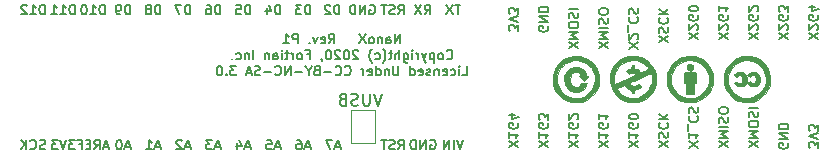
<source format=gbo>
G04 #@! TF.GenerationSoftware,KiCad,Pcbnew,5.1.5*
G04 #@! TF.CreationDate,2020-09-28T15:47:06-04:00*
G04 #@! TF.ProjectId,NanoX,4e616e6f-582e-46b6-9963-61645f706362,rev?*
G04 #@! TF.SameCoordinates,Original*
G04 #@! TF.FileFunction,Legend,Bot*
G04 #@! TF.FilePolarity,Positive*
%FSLAX46Y46*%
G04 Gerber Fmt 4.6, Leading zero omitted, Abs format (unit mm)*
G04 Created by KiCad (PCBNEW 5.1.5) date 2020-09-28 15:47:06*
%MOMM*%
%LPD*%
G04 APERTURE LIST*
%ADD10C,0.150000*%
%ADD11C,0.010000*%
%ADD12C,0.120000*%
G04 APERTURE END LIST*
D10*
X141331333Y-90705904D02*
X141331333Y-89905904D01*
X140874190Y-90705904D01*
X140874190Y-89905904D01*
X140150380Y-90705904D02*
X140150380Y-90286857D01*
X140188476Y-90210666D01*
X140264666Y-90172571D01*
X140417047Y-90172571D01*
X140493238Y-90210666D01*
X140150380Y-90667809D02*
X140226571Y-90705904D01*
X140417047Y-90705904D01*
X140493238Y-90667809D01*
X140531333Y-90591619D01*
X140531333Y-90515428D01*
X140493238Y-90439238D01*
X140417047Y-90401142D01*
X140226571Y-90401142D01*
X140150380Y-90363047D01*
X139769428Y-90172571D02*
X139769428Y-90705904D01*
X139769428Y-90248761D02*
X139731333Y-90210666D01*
X139655142Y-90172571D01*
X139540857Y-90172571D01*
X139464666Y-90210666D01*
X139426571Y-90286857D01*
X139426571Y-90705904D01*
X138931333Y-90705904D02*
X139007523Y-90667809D01*
X139045619Y-90629714D01*
X139083714Y-90553523D01*
X139083714Y-90324952D01*
X139045619Y-90248761D01*
X139007523Y-90210666D01*
X138931333Y-90172571D01*
X138817047Y-90172571D01*
X138740857Y-90210666D01*
X138702761Y-90248761D01*
X138664666Y-90324952D01*
X138664666Y-90553523D01*
X138702761Y-90629714D01*
X138740857Y-90667809D01*
X138817047Y-90705904D01*
X138931333Y-90705904D01*
X138398000Y-89905904D02*
X137864666Y-90705904D01*
X137864666Y-89905904D02*
X138398000Y-90705904D01*
X135274190Y-90705904D02*
X135540857Y-90324952D01*
X135731333Y-90705904D02*
X135731333Y-89905904D01*
X135426571Y-89905904D01*
X135350380Y-89944000D01*
X135312285Y-89982095D01*
X135274190Y-90058285D01*
X135274190Y-90172571D01*
X135312285Y-90248761D01*
X135350380Y-90286857D01*
X135426571Y-90324952D01*
X135731333Y-90324952D01*
X134626571Y-90667809D02*
X134702761Y-90705904D01*
X134855142Y-90705904D01*
X134931333Y-90667809D01*
X134969428Y-90591619D01*
X134969428Y-90286857D01*
X134931333Y-90210666D01*
X134855142Y-90172571D01*
X134702761Y-90172571D01*
X134626571Y-90210666D01*
X134588476Y-90286857D01*
X134588476Y-90363047D01*
X134969428Y-90439238D01*
X134321809Y-90172571D02*
X134131333Y-90705904D01*
X133940857Y-90172571D01*
X133636095Y-90629714D02*
X133598000Y-90667809D01*
X133636095Y-90705904D01*
X133674190Y-90667809D01*
X133636095Y-90629714D01*
X133636095Y-90705904D01*
X132645619Y-90705904D02*
X132645619Y-89905904D01*
X132340857Y-89905904D01*
X132264666Y-89944000D01*
X132226571Y-89982095D01*
X132188476Y-90058285D01*
X132188476Y-90172571D01*
X132226571Y-90248761D01*
X132264666Y-90286857D01*
X132340857Y-90324952D01*
X132645619Y-90324952D01*
X131426571Y-90705904D02*
X131883714Y-90705904D01*
X131655142Y-90705904D02*
X131655142Y-89905904D01*
X131731333Y-90020190D01*
X131807523Y-90096380D01*
X131883714Y-90134476D01*
X145255142Y-91979714D02*
X145293238Y-92017809D01*
X145407523Y-92055904D01*
X145483714Y-92055904D01*
X145598000Y-92017809D01*
X145674190Y-91941619D01*
X145712285Y-91865428D01*
X145750380Y-91713047D01*
X145750380Y-91598761D01*
X145712285Y-91446380D01*
X145674190Y-91370190D01*
X145598000Y-91294000D01*
X145483714Y-91255904D01*
X145407523Y-91255904D01*
X145293238Y-91294000D01*
X145255142Y-91332095D01*
X144798000Y-92055904D02*
X144874190Y-92017809D01*
X144912285Y-91979714D01*
X144950380Y-91903523D01*
X144950380Y-91674952D01*
X144912285Y-91598761D01*
X144874190Y-91560666D01*
X144798000Y-91522571D01*
X144683714Y-91522571D01*
X144607523Y-91560666D01*
X144569428Y-91598761D01*
X144531333Y-91674952D01*
X144531333Y-91903523D01*
X144569428Y-91979714D01*
X144607523Y-92017809D01*
X144683714Y-92055904D01*
X144798000Y-92055904D01*
X144188476Y-91522571D02*
X144188476Y-92322571D01*
X144188476Y-91560666D02*
X144112285Y-91522571D01*
X143959904Y-91522571D01*
X143883714Y-91560666D01*
X143845619Y-91598761D01*
X143807523Y-91674952D01*
X143807523Y-91903523D01*
X143845619Y-91979714D01*
X143883714Y-92017809D01*
X143959904Y-92055904D01*
X144112285Y-92055904D01*
X144188476Y-92017809D01*
X143540857Y-91522571D02*
X143350380Y-92055904D01*
X143159904Y-91522571D02*
X143350380Y-92055904D01*
X143426571Y-92246380D01*
X143464666Y-92284476D01*
X143540857Y-92322571D01*
X142855142Y-92055904D02*
X142855142Y-91522571D01*
X142855142Y-91674952D02*
X142817047Y-91598761D01*
X142778952Y-91560666D01*
X142702761Y-91522571D01*
X142626571Y-91522571D01*
X142359904Y-92055904D02*
X142359904Y-91522571D01*
X142359904Y-91255904D02*
X142398000Y-91294000D01*
X142359904Y-91332095D01*
X142321809Y-91294000D01*
X142359904Y-91255904D01*
X142359904Y-91332095D01*
X141636095Y-91522571D02*
X141636095Y-92170190D01*
X141674190Y-92246380D01*
X141712285Y-92284476D01*
X141788476Y-92322571D01*
X141902761Y-92322571D01*
X141978952Y-92284476D01*
X141636095Y-92017809D02*
X141712285Y-92055904D01*
X141864666Y-92055904D01*
X141940857Y-92017809D01*
X141978952Y-91979714D01*
X142017047Y-91903523D01*
X142017047Y-91674952D01*
X141978952Y-91598761D01*
X141940857Y-91560666D01*
X141864666Y-91522571D01*
X141712285Y-91522571D01*
X141636095Y-91560666D01*
X141255142Y-92055904D02*
X141255142Y-91255904D01*
X140912285Y-92055904D02*
X140912285Y-91636857D01*
X140950380Y-91560666D01*
X141026571Y-91522571D01*
X141140857Y-91522571D01*
X141217047Y-91560666D01*
X141255142Y-91598761D01*
X140645619Y-91522571D02*
X140340857Y-91522571D01*
X140531333Y-91255904D02*
X140531333Y-91941619D01*
X140493238Y-92017809D01*
X140417047Y-92055904D01*
X140340857Y-92055904D01*
X139845619Y-92360666D02*
X139883714Y-92322571D01*
X139959904Y-92208285D01*
X139998000Y-92132095D01*
X140036095Y-92017809D01*
X140074190Y-91827333D01*
X140074190Y-91674952D01*
X140036095Y-91484476D01*
X139998000Y-91370190D01*
X139959904Y-91294000D01*
X139883714Y-91179714D01*
X139845619Y-91141619D01*
X139198000Y-92017809D02*
X139274190Y-92055904D01*
X139426571Y-92055904D01*
X139502761Y-92017809D01*
X139540857Y-91979714D01*
X139578952Y-91903523D01*
X139578952Y-91674952D01*
X139540857Y-91598761D01*
X139502761Y-91560666D01*
X139426571Y-91522571D01*
X139274190Y-91522571D01*
X139198000Y-91560666D01*
X138931333Y-92360666D02*
X138893238Y-92322571D01*
X138817047Y-92208285D01*
X138778952Y-92132095D01*
X138740857Y-92017809D01*
X138702761Y-91827333D01*
X138702761Y-91674952D01*
X138740857Y-91484476D01*
X138778952Y-91370190D01*
X138817047Y-91294000D01*
X138893238Y-91179714D01*
X138931333Y-91141619D01*
X137750380Y-91332095D02*
X137712285Y-91294000D01*
X137636095Y-91255904D01*
X137445619Y-91255904D01*
X137369428Y-91294000D01*
X137331333Y-91332095D01*
X137293238Y-91408285D01*
X137293238Y-91484476D01*
X137331333Y-91598761D01*
X137788476Y-92055904D01*
X137293238Y-92055904D01*
X136798000Y-91255904D02*
X136721809Y-91255904D01*
X136645619Y-91294000D01*
X136607523Y-91332095D01*
X136569428Y-91408285D01*
X136531333Y-91560666D01*
X136531333Y-91751142D01*
X136569428Y-91903523D01*
X136607523Y-91979714D01*
X136645619Y-92017809D01*
X136721809Y-92055904D01*
X136798000Y-92055904D01*
X136874190Y-92017809D01*
X136912285Y-91979714D01*
X136950380Y-91903523D01*
X136988476Y-91751142D01*
X136988476Y-91560666D01*
X136950380Y-91408285D01*
X136912285Y-91332095D01*
X136874190Y-91294000D01*
X136798000Y-91255904D01*
X136226571Y-91332095D02*
X136188476Y-91294000D01*
X136112285Y-91255904D01*
X135921809Y-91255904D01*
X135845619Y-91294000D01*
X135807523Y-91332095D01*
X135769428Y-91408285D01*
X135769428Y-91484476D01*
X135807523Y-91598761D01*
X136264666Y-92055904D01*
X135769428Y-92055904D01*
X135274190Y-91255904D02*
X135198000Y-91255904D01*
X135121809Y-91294000D01*
X135083714Y-91332095D01*
X135045619Y-91408285D01*
X135007523Y-91560666D01*
X135007523Y-91751142D01*
X135045619Y-91903523D01*
X135083714Y-91979714D01*
X135121809Y-92017809D01*
X135198000Y-92055904D01*
X135274190Y-92055904D01*
X135350380Y-92017809D01*
X135388476Y-91979714D01*
X135426571Y-91903523D01*
X135464666Y-91751142D01*
X135464666Y-91560666D01*
X135426571Y-91408285D01*
X135388476Y-91332095D01*
X135350380Y-91294000D01*
X135274190Y-91255904D01*
X134626571Y-92017809D02*
X134626571Y-92055904D01*
X134664666Y-92132095D01*
X134702761Y-92170190D01*
X133407523Y-91636857D02*
X133674190Y-91636857D01*
X133674190Y-92055904D02*
X133674190Y-91255904D01*
X133293238Y-91255904D01*
X132874190Y-92055904D02*
X132950380Y-92017809D01*
X132988476Y-91979714D01*
X133026571Y-91903523D01*
X133026571Y-91674952D01*
X132988476Y-91598761D01*
X132950380Y-91560666D01*
X132874190Y-91522571D01*
X132759904Y-91522571D01*
X132683714Y-91560666D01*
X132645619Y-91598761D01*
X132607523Y-91674952D01*
X132607523Y-91903523D01*
X132645619Y-91979714D01*
X132683714Y-92017809D01*
X132759904Y-92055904D01*
X132874190Y-92055904D01*
X132264666Y-92055904D02*
X132264666Y-91522571D01*
X132264666Y-91674952D02*
X132226571Y-91598761D01*
X132188476Y-91560666D01*
X132112285Y-91522571D01*
X132036095Y-91522571D01*
X131883714Y-91522571D02*
X131578952Y-91522571D01*
X131769428Y-91255904D02*
X131769428Y-91941619D01*
X131731333Y-92017809D01*
X131655142Y-92055904D01*
X131578952Y-92055904D01*
X131312285Y-92055904D02*
X131312285Y-91522571D01*
X131312285Y-91255904D02*
X131350380Y-91294000D01*
X131312285Y-91332095D01*
X131274190Y-91294000D01*
X131312285Y-91255904D01*
X131312285Y-91332095D01*
X130588476Y-92055904D02*
X130588476Y-91636857D01*
X130626571Y-91560666D01*
X130702761Y-91522571D01*
X130855142Y-91522571D01*
X130931333Y-91560666D01*
X130588476Y-92017809D02*
X130664666Y-92055904D01*
X130855142Y-92055904D01*
X130931333Y-92017809D01*
X130969428Y-91941619D01*
X130969428Y-91865428D01*
X130931333Y-91789238D01*
X130855142Y-91751142D01*
X130664666Y-91751142D01*
X130588476Y-91713047D01*
X130207523Y-91522571D02*
X130207523Y-92055904D01*
X130207523Y-91598761D02*
X130169428Y-91560666D01*
X130093238Y-91522571D01*
X129978952Y-91522571D01*
X129902761Y-91560666D01*
X129864666Y-91636857D01*
X129864666Y-92055904D01*
X128874190Y-92055904D02*
X128874190Y-91255904D01*
X128493238Y-91522571D02*
X128493238Y-92055904D01*
X128493238Y-91598761D02*
X128455142Y-91560666D01*
X128378952Y-91522571D01*
X128264666Y-91522571D01*
X128188476Y-91560666D01*
X128150380Y-91636857D01*
X128150380Y-92055904D01*
X127426571Y-92017809D02*
X127502761Y-92055904D01*
X127655142Y-92055904D01*
X127731333Y-92017809D01*
X127769428Y-91979714D01*
X127807523Y-91903523D01*
X127807523Y-91674952D01*
X127769428Y-91598761D01*
X127731333Y-91560666D01*
X127655142Y-91522571D01*
X127502761Y-91522571D01*
X127426571Y-91560666D01*
X127083714Y-91979714D02*
X127045619Y-92017809D01*
X127083714Y-92055904D01*
X127121809Y-92017809D01*
X127083714Y-91979714D01*
X127083714Y-92055904D01*
X146588476Y-93405904D02*
X146969428Y-93405904D01*
X146969428Y-92605904D01*
X146321809Y-93405904D02*
X146321809Y-92872571D01*
X146321809Y-92605904D02*
X146359904Y-92644000D01*
X146321809Y-92682095D01*
X146283714Y-92644000D01*
X146321809Y-92605904D01*
X146321809Y-92682095D01*
X145598000Y-93367809D02*
X145674190Y-93405904D01*
X145826571Y-93405904D01*
X145902761Y-93367809D01*
X145940857Y-93329714D01*
X145978952Y-93253523D01*
X145978952Y-93024952D01*
X145940857Y-92948761D01*
X145902761Y-92910666D01*
X145826571Y-92872571D01*
X145674190Y-92872571D01*
X145598000Y-92910666D01*
X144950380Y-93367809D02*
X145026571Y-93405904D01*
X145178952Y-93405904D01*
X145255142Y-93367809D01*
X145293238Y-93291619D01*
X145293238Y-92986857D01*
X145255142Y-92910666D01*
X145178952Y-92872571D01*
X145026571Y-92872571D01*
X144950380Y-92910666D01*
X144912285Y-92986857D01*
X144912285Y-93063047D01*
X145293238Y-93139238D01*
X144569428Y-92872571D02*
X144569428Y-93405904D01*
X144569428Y-92948761D02*
X144531333Y-92910666D01*
X144455142Y-92872571D01*
X144340857Y-92872571D01*
X144264666Y-92910666D01*
X144226571Y-92986857D01*
X144226571Y-93405904D01*
X143883714Y-93367809D02*
X143807523Y-93405904D01*
X143655142Y-93405904D01*
X143578952Y-93367809D01*
X143540857Y-93291619D01*
X143540857Y-93253523D01*
X143578952Y-93177333D01*
X143655142Y-93139238D01*
X143769428Y-93139238D01*
X143845619Y-93101142D01*
X143883714Y-93024952D01*
X143883714Y-92986857D01*
X143845619Y-92910666D01*
X143769428Y-92872571D01*
X143655142Y-92872571D01*
X143578952Y-92910666D01*
X142893238Y-93367809D02*
X142969428Y-93405904D01*
X143121809Y-93405904D01*
X143198000Y-93367809D01*
X143236095Y-93291619D01*
X143236095Y-92986857D01*
X143198000Y-92910666D01*
X143121809Y-92872571D01*
X142969428Y-92872571D01*
X142893238Y-92910666D01*
X142855142Y-92986857D01*
X142855142Y-93063047D01*
X143236095Y-93139238D01*
X142169428Y-93405904D02*
X142169428Y-92605904D01*
X142169428Y-93367809D02*
X142245619Y-93405904D01*
X142398000Y-93405904D01*
X142474190Y-93367809D01*
X142512285Y-93329714D01*
X142550380Y-93253523D01*
X142550380Y-93024952D01*
X142512285Y-92948761D01*
X142474190Y-92910666D01*
X142398000Y-92872571D01*
X142245619Y-92872571D01*
X142169428Y-92910666D01*
X141178952Y-92605904D02*
X141178952Y-93253523D01*
X141140857Y-93329714D01*
X141102761Y-93367809D01*
X141026571Y-93405904D01*
X140874190Y-93405904D01*
X140798000Y-93367809D01*
X140759904Y-93329714D01*
X140721809Y-93253523D01*
X140721809Y-92605904D01*
X140340857Y-92872571D02*
X140340857Y-93405904D01*
X140340857Y-92948761D02*
X140302761Y-92910666D01*
X140226571Y-92872571D01*
X140112285Y-92872571D01*
X140036095Y-92910666D01*
X139998000Y-92986857D01*
X139998000Y-93405904D01*
X139274190Y-93405904D02*
X139274190Y-92605904D01*
X139274190Y-93367809D02*
X139350380Y-93405904D01*
X139502761Y-93405904D01*
X139578952Y-93367809D01*
X139617047Y-93329714D01*
X139655142Y-93253523D01*
X139655142Y-93024952D01*
X139617047Y-92948761D01*
X139578952Y-92910666D01*
X139502761Y-92872571D01*
X139350380Y-92872571D01*
X139274190Y-92910666D01*
X138588476Y-93367809D02*
X138664666Y-93405904D01*
X138817047Y-93405904D01*
X138893238Y-93367809D01*
X138931333Y-93291619D01*
X138931333Y-92986857D01*
X138893238Y-92910666D01*
X138817047Y-92872571D01*
X138664666Y-92872571D01*
X138588476Y-92910666D01*
X138550380Y-92986857D01*
X138550380Y-93063047D01*
X138931333Y-93139238D01*
X138207523Y-93405904D02*
X138207523Y-92872571D01*
X138207523Y-93024952D02*
X138169428Y-92948761D01*
X138131333Y-92910666D01*
X138055142Y-92872571D01*
X137978952Y-92872571D01*
X136645619Y-93329714D02*
X136683714Y-93367809D01*
X136798000Y-93405904D01*
X136874190Y-93405904D01*
X136988476Y-93367809D01*
X137064666Y-93291619D01*
X137102761Y-93215428D01*
X137140857Y-93063047D01*
X137140857Y-92948761D01*
X137102761Y-92796380D01*
X137064666Y-92720190D01*
X136988476Y-92644000D01*
X136874190Y-92605904D01*
X136798000Y-92605904D01*
X136683714Y-92644000D01*
X136645619Y-92682095D01*
X135845619Y-93329714D02*
X135883714Y-93367809D01*
X135998000Y-93405904D01*
X136074190Y-93405904D01*
X136188476Y-93367809D01*
X136264666Y-93291619D01*
X136302761Y-93215428D01*
X136340857Y-93063047D01*
X136340857Y-92948761D01*
X136302761Y-92796380D01*
X136264666Y-92720190D01*
X136188476Y-92644000D01*
X136074190Y-92605904D01*
X135998000Y-92605904D01*
X135883714Y-92644000D01*
X135845619Y-92682095D01*
X135502761Y-93101142D02*
X134893238Y-93101142D01*
X134245619Y-92986857D02*
X134131333Y-93024952D01*
X134093238Y-93063047D01*
X134055142Y-93139238D01*
X134055142Y-93253523D01*
X134093238Y-93329714D01*
X134131333Y-93367809D01*
X134207523Y-93405904D01*
X134512285Y-93405904D01*
X134512285Y-92605904D01*
X134245619Y-92605904D01*
X134169428Y-92644000D01*
X134131333Y-92682095D01*
X134093238Y-92758285D01*
X134093238Y-92834476D01*
X134131333Y-92910666D01*
X134169428Y-92948761D01*
X134245619Y-92986857D01*
X134512285Y-92986857D01*
X133559904Y-93024952D02*
X133559904Y-93405904D01*
X133826571Y-92605904D02*
X133559904Y-93024952D01*
X133293238Y-92605904D01*
X133026571Y-93101142D02*
X132417047Y-93101142D01*
X132036095Y-93405904D02*
X132036095Y-92605904D01*
X131578952Y-93405904D01*
X131578952Y-92605904D01*
X130740857Y-93329714D02*
X130778952Y-93367809D01*
X130893238Y-93405904D01*
X130969428Y-93405904D01*
X131083714Y-93367809D01*
X131159904Y-93291619D01*
X131198000Y-93215428D01*
X131236095Y-93063047D01*
X131236095Y-92948761D01*
X131198000Y-92796380D01*
X131159904Y-92720190D01*
X131083714Y-92644000D01*
X130969428Y-92605904D01*
X130893238Y-92605904D01*
X130778952Y-92644000D01*
X130740857Y-92682095D01*
X130398000Y-93101142D02*
X129788476Y-93101142D01*
X129445619Y-93367809D02*
X129331333Y-93405904D01*
X129140857Y-93405904D01*
X129064666Y-93367809D01*
X129026571Y-93329714D01*
X128988476Y-93253523D01*
X128988476Y-93177333D01*
X129026571Y-93101142D01*
X129064666Y-93063047D01*
X129140857Y-93024952D01*
X129293238Y-92986857D01*
X129369428Y-92948761D01*
X129407523Y-92910666D01*
X129445619Y-92834476D01*
X129445619Y-92758285D01*
X129407523Y-92682095D01*
X129369428Y-92644000D01*
X129293238Y-92605904D01*
X129102761Y-92605904D01*
X128988476Y-92644000D01*
X128683714Y-93177333D02*
X128302761Y-93177333D01*
X128759904Y-93405904D02*
X128493238Y-92605904D01*
X128226571Y-93405904D01*
X127426571Y-92605904D02*
X126931333Y-92605904D01*
X127198000Y-92910666D01*
X127083714Y-92910666D01*
X127007523Y-92948761D01*
X126969428Y-92986857D01*
X126931333Y-93063047D01*
X126931333Y-93253523D01*
X126969428Y-93329714D01*
X127007523Y-93367809D01*
X127083714Y-93405904D01*
X127312285Y-93405904D01*
X127388476Y-93367809D01*
X127426571Y-93329714D01*
X126588476Y-93329714D02*
X126550380Y-93367809D01*
X126588476Y-93405904D01*
X126626571Y-93367809D01*
X126588476Y-93329714D01*
X126588476Y-93405904D01*
X126055142Y-92605904D02*
X125978952Y-92605904D01*
X125902761Y-92644000D01*
X125864666Y-92682095D01*
X125826571Y-92758285D01*
X125788476Y-92910666D01*
X125788476Y-93101142D01*
X125826571Y-93253523D01*
X125864666Y-93329714D01*
X125902761Y-93367809D01*
X125978952Y-93405904D01*
X126055142Y-93405904D01*
X126131333Y-93367809D01*
X126169428Y-93329714D01*
X126207523Y-93253523D01*
X126245619Y-93101142D01*
X126245619Y-92910666D01*
X126207523Y-92758285D01*
X126169428Y-92682095D01*
X126131333Y-92644000D01*
X126055142Y-92605904D01*
X151314095Y-99472571D02*
X150514095Y-98939238D01*
X151314095Y-98939238D02*
X150514095Y-99472571D01*
X150514095Y-98215428D02*
X150514095Y-98672571D01*
X150514095Y-98444000D02*
X151314095Y-98444000D01*
X151199809Y-98520190D01*
X151123619Y-98596380D01*
X151085523Y-98672571D01*
X151276000Y-97453523D02*
X151314095Y-97529714D01*
X151314095Y-97644000D01*
X151276000Y-97758285D01*
X151199809Y-97834476D01*
X151123619Y-97872571D01*
X150971238Y-97910666D01*
X150856952Y-97910666D01*
X150704571Y-97872571D01*
X150628380Y-97834476D01*
X150552190Y-97758285D01*
X150514095Y-97644000D01*
X150514095Y-97567809D01*
X150552190Y-97453523D01*
X150590285Y-97415428D01*
X150856952Y-97415428D01*
X150856952Y-97567809D01*
X151047428Y-96729714D02*
X150514095Y-96729714D01*
X151352190Y-96920190D02*
X150780761Y-97110666D01*
X150780761Y-96615428D01*
X153854095Y-99472571D02*
X153054095Y-98939238D01*
X153854095Y-98939238D02*
X153054095Y-99472571D01*
X153054095Y-98215428D02*
X153054095Y-98672571D01*
X153054095Y-98444000D02*
X153854095Y-98444000D01*
X153739809Y-98520190D01*
X153663619Y-98596380D01*
X153625523Y-98672571D01*
X153816000Y-97453523D02*
X153854095Y-97529714D01*
X153854095Y-97644000D01*
X153816000Y-97758285D01*
X153739809Y-97834476D01*
X153663619Y-97872571D01*
X153511238Y-97910666D01*
X153396952Y-97910666D01*
X153244571Y-97872571D01*
X153168380Y-97834476D01*
X153092190Y-97758285D01*
X153054095Y-97644000D01*
X153054095Y-97567809D01*
X153092190Y-97453523D01*
X153130285Y-97415428D01*
X153396952Y-97415428D01*
X153396952Y-97567809D01*
X153854095Y-97148761D02*
X153854095Y-96653523D01*
X153549333Y-96920190D01*
X153549333Y-96805904D01*
X153511238Y-96729714D01*
X153473142Y-96691619D01*
X153396952Y-96653523D01*
X153206476Y-96653523D01*
X153130285Y-96691619D01*
X153092190Y-96729714D01*
X153054095Y-96805904D01*
X153054095Y-97034476D01*
X153092190Y-97110666D01*
X153130285Y-97148761D01*
X156394095Y-99472571D02*
X155594095Y-98939238D01*
X156394095Y-98939238D02*
X155594095Y-99472571D01*
X155594095Y-98215428D02*
X155594095Y-98672571D01*
X155594095Y-98444000D02*
X156394095Y-98444000D01*
X156279809Y-98520190D01*
X156203619Y-98596380D01*
X156165523Y-98672571D01*
X156356000Y-97453523D02*
X156394095Y-97529714D01*
X156394095Y-97644000D01*
X156356000Y-97758285D01*
X156279809Y-97834476D01*
X156203619Y-97872571D01*
X156051238Y-97910666D01*
X155936952Y-97910666D01*
X155784571Y-97872571D01*
X155708380Y-97834476D01*
X155632190Y-97758285D01*
X155594095Y-97644000D01*
X155594095Y-97567809D01*
X155632190Y-97453523D01*
X155670285Y-97415428D01*
X155936952Y-97415428D01*
X155936952Y-97567809D01*
X156317904Y-97110666D02*
X156356000Y-97072571D01*
X156394095Y-96996380D01*
X156394095Y-96805904D01*
X156356000Y-96729714D01*
X156317904Y-96691619D01*
X156241714Y-96653523D01*
X156165523Y-96653523D01*
X156051238Y-96691619D01*
X155594095Y-97148761D01*
X155594095Y-96653523D01*
X158934095Y-99472571D02*
X158134095Y-98939238D01*
X158934095Y-98939238D02*
X158134095Y-99472571D01*
X158134095Y-98215428D02*
X158134095Y-98672571D01*
X158134095Y-98444000D02*
X158934095Y-98444000D01*
X158819809Y-98520190D01*
X158743619Y-98596380D01*
X158705523Y-98672571D01*
X158896000Y-97453523D02*
X158934095Y-97529714D01*
X158934095Y-97644000D01*
X158896000Y-97758285D01*
X158819809Y-97834476D01*
X158743619Y-97872571D01*
X158591238Y-97910666D01*
X158476952Y-97910666D01*
X158324571Y-97872571D01*
X158248380Y-97834476D01*
X158172190Y-97758285D01*
X158134095Y-97644000D01*
X158134095Y-97567809D01*
X158172190Y-97453523D01*
X158210285Y-97415428D01*
X158476952Y-97415428D01*
X158476952Y-97567809D01*
X158134095Y-96653523D02*
X158134095Y-97110666D01*
X158134095Y-96882095D02*
X158934095Y-96882095D01*
X158819809Y-96958285D01*
X158743619Y-97034476D01*
X158705523Y-97110666D01*
X161474095Y-99472571D02*
X160674095Y-98939238D01*
X161474095Y-98939238D02*
X160674095Y-99472571D01*
X160674095Y-98215428D02*
X160674095Y-98672571D01*
X160674095Y-98444000D02*
X161474095Y-98444000D01*
X161359809Y-98520190D01*
X161283619Y-98596380D01*
X161245523Y-98672571D01*
X161436000Y-97453523D02*
X161474095Y-97529714D01*
X161474095Y-97644000D01*
X161436000Y-97758285D01*
X161359809Y-97834476D01*
X161283619Y-97872571D01*
X161131238Y-97910666D01*
X161016952Y-97910666D01*
X160864571Y-97872571D01*
X160788380Y-97834476D01*
X160712190Y-97758285D01*
X160674095Y-97644000D01*
X160674095Y-97567809D01*
X160712190Y-97453523D01*
X160750285Y-97415428D01*
X161016952Y-97415428D01*
X161016952Y-97567809D01*
X161474095Y-96920190D02*
X161474095Y-96844000D01*
X161436000Y-96767809D01*
X161397904Y-96729714D01*
X161321714Y-96691619D01*
X161169333Y-96653523D01*
X160978857Y-96653523D01*
X160826476Y-96691619D01*
X160750285Y-96729714D01*
X160712190Y-96767809D01*
X160674095Y-96844000D01*
X160674095Y-96920190D01*
X160712190Y-96996380D01*
X160750285Y-97034476D01*
X160826476Y-97072571D01*
X160978857Y-97110666D01*
X161169333Y-97110666D01*
X161321714Y-97072571D01*
X161397904Y-97034476D01*
X161436000Y-96996380D01*
X161474095Y-96920190D01*
X164014095Y-99491619D02*
X163214095Y-98958285D01*
X164014095Y-98958285D02*
X163214095Y-99491619D01*
X163252190Y-98691619D02*
X163214095Y-98577333D01*
X163214095Y-98386857D01*
X163252190Y-98310666D01*
X163290285Y-98272571D01*
X163366476Y-98234476D01*
X163442666Y-98234476D01*
X163518857Y-98272571D01*
X163556952Y-98310666D01*
X163595047Y-98386857D01*
X163633142Y-98539238D01*
X163671238Y-98615428D01*
X163709333Y-98653523D01*
X163785523Y-98691619D01*
X163861714Y-98691619D01*
X163937904Y-98653523D01*
X163976000Y-98615428D01*
X164014095Y-98539238D01*
X164014095Y-98348761D01*
X163976000Y-98234476D01*
X163290285Y-97434476D02*
X163252190Y-97472571D01*
X163214095Y-97586857D01*
X163214095Y-97663047D01*
X163252190Y-97777333D01*
X163328380Y-97853523D01*
X163404571Y-97891619D01*
X163556952Y-97929714D01*
X163671238Y-97929714D01*
X163823619Y-97891619D01*
X163899809Y-97853523D01*
X163976000Y-97777333D01*
X164014095Y-97663047D01*
X164014095Y-97586857D01*
X163976000Y-97472571D01*
X163937904Y-97434476D01*
X163214095Y-97091619D02*
X164014095Y-97091619D01*
X163214095Y-96634476D02*
X163671238Y-96977333D01*
X164014095Y-96634476D02*
X163556952Y-97091619D01*
X166554095Y-99523333D02*
X165754095Y-98990000D01*
X166554095Y-98990000D02*
X165754095Y-99523333D01*
X165754095Y-98266190D02*
X165754095Y-98723333D01*
X165754095Y-98494761D02*
X166554095Y-98494761D01*
X166439809Y-98570952D01*
X166363619Y-98647142D01*
X166325523Y-98723333D01*
X165677904Y-98113809D02*
X165677904Y-97504285D01*
X165830285Y-96856666D02*
X165792190Y-96894761D01*
X165754095Y-97009047D01*
X165754095Y-97085238D01*
X165792190Y-97199523D01*
X165868380Y-97275714D01*
X165944571Y-97313809D01*
X166096952Y-97351904D01*
X166211238Y-97351904D01*
X166363619Y-97313809D01*
X166439809Y-97275714D01*
X166516000Y-97199523D01*
X166554095Y-97085238D01*
X166554095Y-97009047D01*
X166516000Y-96894761D01*
X166477904Y-96856666D01*
X165792190Y-96551904D02*
X165754095Y-96437619D01*
X165754095Y-96247142D01*
X165792190Y-96170952D01*
X165830285Y-96132857D01*
X165906476Y-96094761D01*
X165982666Y-96094761D01*
X166058857Y-96132857D01*
X166096952Y-96170952D01*
X166135047Y-96247142D01*
X166173142Y-96399523D01*
X166211238Y-96475714D01*
X166249333Y-96513809D01*
X166325523Y-96551904D01*
X166401714Y-96551904D01*
X166477904Y-96513809D01*
X166516000Y-96475714D01*
X166554095Y-96399523D01*
X166554095Y-96209047D01*
X166516000Y-96094761D01*
X169094095Y-99504285D02*
X168294095Y-98970952D01*
X169094095Y-98970952D02*
X168294095Y-99504285D01*
X168294095Y-98666190D02*
X169094095Y-98666190D01*
X168522666Y-98399523D01*
X169094095Y-98132857D01*
X168294095Y-98132857D01*
X168294095Y-97751904D02*
X169094095Y-97751904D01*
X168332190Y-97409047D02*
X168294095Y-97294761D01*
X168294095Y-97104285D01*
X168332190Y-97028095D01*
X168370285Y-96990000D01*
X168446476Y-96951904D01*
X168522666Y-96951904D01*
X168598857Y-96990000D01*
X168636952Y-97028095D01*
X168675047Y-97104285D01*
X168713142Y-97256666D01*
X168751238Y-97332857D01*
X168789333Y-97370952D01*
X168865523Y-97409047D01*
X168941714Y-97409047D01*
X169017904Y-97370952D01*
X169056000Y-97332857D01*
X169094095Y-97256666D01*
X169094095Y-97066190D01*
X169056000Y-96951904D01*
X169094095Y-96456666D02*
X169094095Y-96304285D01*
X169056000Y-96228095D01*
X168979809Y-96151904D01*
X168827428Y-96113809D01*
X168560761Y-96113809D01*
X168408380Y-96151904D01*
X168332190Y-96228095D01*
X168294095Y-96304285D01*
X168294095Y-96456666D01*
X168332190Y-96532857D01*
X168408380Y-96609047D01*
X168560761Y-96647142D01*
X168827428Y-96647142D01*
X168979809Y-96609047D01*
X169056000Y-96532857D01*
X169094095Y-96456666D01*
X171634095Y-99504285D02*
X170834095Y-98970952D01*
X171634095Y-98970952D02*
X170834095Y-99504285D01*
X170834095Y-98666190D02*
X171634095Y-98666190D01*
X171062666Y-98399523D01*
X171634095Y-98132857D01*
X170834095Y-98132857D01*
X171634095Y-97599523D02*
X171634095Y-97447142D01*
X171596000Y-97370952D01*
X171519809Y-97294761D01*
X171367428Y-97256666D01*
X171100761Y-97256666D01*
X170948380Y-97294761D01*
X170872190Y-97370952D01*
X170834095Y-97447142D01*
X170834095Y-97599523D01*
X170872190Y-97675714D01*
X170948380Y-97751904D01*
X171100761Y-97790000D01*
X171367428Y-97790000D01*
X171519809Y-97751904D01*
X171596000Y-97675714D01*
X171634095Y-97599523D01*
X170872190Y-96951904D02*
X170834095Y-96837619D01*
X170834095Y-96647142D01*
X170872190Y-96570952D01*
X170910285Y-96532857D01*
X170986476Y-96494761D01*
X171062666Y-96494761D01*
X171138857Y-96532857D01*
X171176952Y-96570952D01*
X171215047Y-96647142D01*
X171253142Y-96799523D01*
X171291238Y-96875714D01*
X171329333Y-96913809D01*
X171405523Y-96951904D01*
X171481714Y-96951904D01*
X171557904Y-96913809D01*
X171596000Y-96875714D01*
X171634095Y-96799523D01*
X171634095Y-96609047D01*
X171596000Y-96494761D01*
X170834095Y-96151904D02*
X171634095Y-96151904D01*
X174136000Y-99161523D02*
X174174095Y-99237714D01*
X174174095Y-99352000D01*
X174136000Y-99466285D01*
X174059809Y-99542476D01*
X173983619Y-99580571D01*
X173831238Y-99618666D01*
X173716952Y-99618666D01*
X173564571Y-99580571D01*
X173488380Y-99542476D01*
X173412190Y-99466285D01*
X173374095Y-99352000D01*
X173374095Y-99275809D01*
X173412190Y-99161523D01*
X173450285Y-99123428D01*
X173716952Y-99123428D01*
X173716952Y-99275809D01*
X173374095Y-98780571D02*
X174174095Y-98780571D01*
X173374095Y-98323428D01*
X174174095Y-98323428D01*
X173374095Y-97942476D02*
X174174095Y-97942476D01*
X174174095Y-97752000D01*
X174136000Y-97637714D01*
X174059809Y-97561523D01*
X173983619Y-97523428D01*
X173831238Y-97485333D01*
X173716952Y-97485333D01*
X173564571Y-97523428D01*
X173488380Y-97561523D01*
X173412190Y-97637714D01*
X173374095Y-97752000D01*
X173374095Y-97942476D01*
X176714095Y-99542476D02*
X176714095Y-99047238D01*
X176409333Y-99313904D01*
X176409333Y-99199619D01*
X176371238Y-99123428D01*
X176333142Y-99085333D01*
X176256952Y-99047238D01*
X176066476Y-99047238D01*
X175990285Y-99085333D01*
X175952190Y-99123428D01*
X175914095Y-99199619D01*
X175914095Y-99428190D01*
X175952190Y-99504380D01*
X175990285Y-99542476D01*
X176714095Y-98818666D02*
X175914095Y-98552000D01*
X176714095Y-98285333D01*
X176714095Y-98094857D02*
X176714095Y-97599619D01*
X176409333Y-97866285D01*
X176409333Y-97752000D01*
X176371238Y-97675809D01*
X176333142Y-97637714D01*
X176256952Y-97599619D01*
X176066476Y-97599619D01*
X175990285Y-97637714D01*
X175952190Y-97675809D01*
X175914095Y-97752000D01*
X175914095Y-97980571D01*
X175952190Y-98056761D01*
X175990285Y-98094857D01*
X176714095Y-90328571D02*
X175914095Y-89795238D01*
X176714095Y-89795238D02*
X175914095Y-90328571D01*
X176637904Y-89528571D02*
X176676000Y-89490476D01*
X176714095Y-89414285D01*
X176714095Y-89223809D01*
X176676000Y-89147619D01*
X176637904Y-89109523D01*
X176561714Y-89071428D01*
X176485523Y-89071428D01*
X176371238Y-89109523D01*
X175914095Y-89566666D01*
X175914095Y-89071428D01*
X176676000Y-88309523D02*
X176714095Y-88385714D01*
X176714095Y-88500000D01*
X176676000Y-88614285D01*
X176599809Y-88690476D01*
X176523619Y-88728571D01*
X176371238Y-88766666D01*
X176256952Y-88766666D01*
X176104571Y-88728571D01*
X176028380Y-88690476D01*
X175952190Y-88614285D01*
X175914095Y-88500000D01*
X175914095Y-88423809D01*
X175952190Y-88309523D01*
X175990285Y-88271428D01*
X176256952Y-88271428D01*
X176256952Y-88423809D01*
X176447428Y-87585714D02*
X175914095Y-87585714D01*
X176752190Y-87776190D02*
X176180761Y-87966666D01*
X176180761Y-87471428D01*
X174174095Y-90328571D02*
X173374095Y-89795238D01*
X174174095Y-89795238D02*
X173374095Y-90328571D01*
X174097904Y-89528571D02*
X174136000Y-89490476D01*
X174174095Y-89414285D01*
X174174095Y-89223809D01*
X174136000Y-89147619D01*
X174097904Y-89109523D01*
X174021714Y-89071428D01*
X173945523Y-89071428D01*
X173831238Y-89109523D01*
X173374095Y-89566666D01*
X173374095Y-89071428D01*
X174136000Y-88309523D02*
X174174095Y-88385714D01*
X174174095Y-88500000D01*
X174136000Y-88614285D01*
X174059809Y-88690476D01*
X173983619Y-88728571D01*
X173831238Y-88766666D01*
X173716952Y-88766666D01*
X173564571Y-88728571D01*
X173488380Y-88690476D01*
X173412190Y-88614285D01*
X173374095Y-88500000D01*
X173374095Y-88423809D01*
X173412190Y-88309523D01*
X173450285Y-88271428D01*
X173716952Y-88271428D01*
X173716952Y-88423809D01*
X174174095Y-88004761D02*
X174174095Y-87509523D01*
X173869333Y-87776190D01*
X173869333Y-87661904D01*
X173831238Y-87585714D01*
X173793142Y-87547619D01*
X173716952Y-87509523D01*
X173526476Y-87509523D01*
X173450285Y-87547619D01*
X173412190Y-87585714D01*
X173374095Y-87661904D01*
X173374095Y-87890476D01*
X173412190Y-87966666D01*
X173450285Y-88004761D01*
X171634095Y-90328571D02*
X170834095Y-89795238D01*
X171634095Y-89795238D02*
X170834095Y-90328571D01*
X171557904Y-89528571D02*
X171596000Y-89490476D01*
X171634095Y-89414285D01*
X171634095Y-89223809D01*
X171596000Y-89147619D01*
X171557904Y-89109523D01*
X171481714Y-89071428D01*
X171405523Y-89071428D01*
X171291238Y-89109523D01*
X170834095Y-89566666D01*
X170834095Y-89071428D01*
X171596000Y-88309523D02*
X171634095Y-88385714D01*
X171634095Y-88500000D01*
X171596000Y-88614285D01*
X171519809Y-88690476D01*
X171443619Y-88728571D01*
X171291238Y-88766666D01*
X171176952Y-88766666D01*
X171024571Y-88728571D01*
X170948380Y-88690476D01*
X170872190Y-88614285D01*
X170834095Y-88500000D01*
X170834095Y-88423809D01*
X170872190Y-88309523D01*
X170910285Y-88271428D01*
X171176952Y-88271428D01*
X171176952Y-88423809D01*
X171557904Y-87966666D02*
X171596000Y-87928571D01*
X171634095Y-87852380D01*
X171634095Y-87661904D01*
X171596000Y-87585714D01*
X171557904Y-87547619D01*
X171481714Y-87509523D01*
X171405523Y-87509523D01*
X171291238Y-87547619D01*
X170834095Y-88004761D01*
X170834095Y-87509523D01*
X169094095Y-90328571D02*
X168294095Y-89795238D01*
X169094095Y-89795238D02*
X168294095Y-90328571D01*
X169017904Y-89528571D02*
X169056000Y-89490476D01*
X169094095Y-89414285D01*
X169094095Y-89223809D01*
X169056000Y-89147619D01*
X169017904Y-89109523D01*
X168941714Y-89071428D01*
X168865523Y-89071428D01*
X168751238Y-89109523D01*
X168294095Y-89566666D01*
X168294095Y-89071428D01*
X169056000Y-88309523D02*
X169094095Y-88385714D01*
X169094095Y-88500000D01*
X169056000Y-88614285D01*
X168979809Y-88690476D01*
X168903619Y-88728571D01*
X168751238Y-88766666D01*
X168636952Y-88766666D01*
X168484571Y-88728571D01*
X168408380Y-88690476D01*
X168332190Y-88614285D01*
X168294095Y-88500000D01*
X168294095Y-88423809D01*
X168332190Y-88309523D01*
X168370285Y-88271428D01*
X168636952Y-88271428D01*
X168636952Y-88423809D01*
X168294095Y-87509523D02*
X168294095Y-87966666D01*
X168294095Y-87738095D02*
X169094095Y-87738095D01*
X168979809Y-87814285D01*
X168903619Y-87890476D01*
X168865523Y-87966666D01*
X166554095Y-90328571D02*
X165754095Y-89795238D01*
X166554095Y-89795238D02*
X165754095Y-90328571D01*
X166477904Y-89528571D02*
X166516000Y-89490476D01*
X166554095Y-89414285D01*
X166554095Y-89223809D01*
X166516000Y-89147619D01*
X166477904Y-89109523D01*
X166401714Y-89071428D01*
X166325523Y-89071428D01*
X166211238Y-89109523D01*
X165754095Y-89566666D01*
X165754095Y-89071428D01*
X166516000Y-88309523D02*
X166554095Y-88385714D01*
X166554095Y-88500000D01*
X166516000Y-88614285D01*
X166439809Y-88690476D01*
X166363619Y-88728571D01*
X166211238Y-88766666D01*
X166096952Y-88766666D01*
X165944571Y-88728571D01*
X165868380Y-88690476D01*
X165792190Y-88614285D01*
X165754095Y-88500000D01*
X165754095Y-88423809D01*
X165792190Y-88309523D01*
X165830285Y-88271428D01*
X166096952Y-88271428D01*
X166096952Y-88423809D01*
X166554095Y-87776190D02*
X166554095Y-87700000D01*
X166516000Y-87623809D01*
X166477904Y-87585714D01*
X166401714Y-87547619D01*
X166249333Y-87509523D01*
X166058857Y-87509523D01*
X165906476Y-87547619D01*
X165830285Y-87585714D01*
X165792190Y-87623809D01*
X165754095Y-87700000D01*
X165754095Y-87776190D01*
X165792190Y-87852380D01*
X165830285Y-87890476D01*
X165906476Y-87928571D01*
X166058857Y-87966666D01*
X166249333Y-87966666D01*
X166401714Y-87928571D01*
X166477904Y-87890476D01*
X166516000Y-87852380D01*
X166554095Y-87776190D01*
X164014095Y-90601619D02*
X163214095Y-90068285D01*
X164014095Y-90068285D02*
X163214095Y-90601619D01*
X163252190Y-89801619D02*
X163214095Y-89687333D01*
X163214095Y-89496857D01*
X163252190Y-89420666D01*
X163290285Y-89382571D01*
X163366476Y-89344476D01*
X163442666Y-89344476D01*
X163518857Y-89382571D01*
X163556952Y-89420666D01*
X163595047Y-89496857D01*
X163633142Y-89649238D01*
X163671238Y-89725428D01*
X163709333Y-89763523D01*
X163785523Y-89801619D01*
X163861714Y-89801619D01*
X163937904Y-89763523D01*
X163976000Y-89725428D01*
X164014095Y-89649238D01*
X164014095Y-89458761D01*
X163976000Y-89344476D01*
X163290285Y-88544476D02*
X163252190Y-88582571D01*
X163214095Y-88696857D01*
X163214095Y-88773047D01*
X163252190Y-88887333D01*
X163328380Y-88963523D01*
X163404571Y-89001619D01*
X163556952Y-89039714D01*
X163671238Y-89039714D01*
X163823619Y-89001619D01*
X163899809Y-88963523D01*
X163976000Y-88887333D01*
X164014095Y-88773047D01*
X164014095Y-88696857D01*
X163976000Y-88582571D01*
X163937904Y-88544476D01*
X163214095Y-88201619D02*
X164014095Y-88201619D01*
X163214095Y-87744476D02*
X163671238Y-88087333D01*
X164014095Y-87744476D02*
X163556952Y-88201619D01*
X161474095Y-91141333D02*
X160674095Y-90608000D01*
X161474095Y-90608000D02*
X160674095Y-91141333D01*
X161397904Y-90341333D02*
X161436000Y-90303238D01*
X161474095Y-90227047D01*
X161474095Y-90036571D01*
X161436000Y-89960380D01*
X161397904Y-89922285D01*
X161321714Y-89884190D01*
X161245523Y-89884190D01*
X161131238Y-89922285D01*
X160674095Y-90379428D01*
X160674095Y-89884190D01*
X160597904Y-89731809D02*
X160597904Y-89122285D01*
X160750285Y-88474666D02*
X160712190Y-88512761D01*
X160674095Y-88627047D01*
X160674095Y-88703238D01*
X160712190Y-88817523D01*
X160788380Y-88893714D01*
X160864571Y-88931809D01*
X161016952Y-88969904D01*
X161131238Y-88969904D01*
X161283619Y-88931809D01*
X161359809Y-88893714D01*
X161436000Y-88817523D01*
X161474095Y-88703238D01*
X161474095Y-88627047D01*
X161436000Y-88512761D01*
X161397904Y-88474666D01*
X160712190Y-88169904D02*
X160674095Y-88055619D01*
X160674095Y-87865142D01*
X160712190Y-87788952D01*
X160750285Y-87750857D01*
X160826476Y-87712761D01*
X160902666Y-87712761D01*
X160978857Y-87750857D01*
X161016952Y-87788952D01*
X161055047Y-87865142D01*
X161093142Y-88017523D01*
X161131238Y-88093714D01*
X161169333Y-88131809D01*
X161245523Y-88169904D01*
X161321714Y-88169904D01*
X161397904Y-88131809D01*
X161436000Y-88093714D01*
X161474095Y-88017523D01*
X161474095Y-87827047D01*
X161436000Y-87712761D01*
X158934095Y-91122285D02*
X158134095Y-90588952D01*
X158934095Y-90588952D02*
X158134095Y-91122285D01*
X158134095Y-90284190D02*
X158934095Y-90284190D01*
X158362666Y-90017523D01*
X158934095Y-89750857D01*
X158134095Y-89750857D01*
X158134095Y-89369904D02*
X158934095Y-89369904D01*
X158172190Y-89027047D02*
X158134095Y-88912761D01*
X158134095Y-88722285D01*
X158172190Y-88646095D01*
X158210285Y-88608000D01*
X158286476Y-88569904D01*
X158362666Y-88569904D01*
X158438857Y-88608000D01*
X158476952Y-88646095D01*
X158515047Y-88722285D01*
X158553142Y-88874666D01*
X158591238Y-88950857D01*
X158629333Y-88988952D01*
X158705523Y-89027047D01*
X158781714Y-89027047D01*
X158857904Y-88988952D01*
X158896000Y-88950857D01*
X158934095Y-88874666D01*
X158934095Y-88684190D01*
X158896000Y-88569904D01*
X158934095Y-88074666D02*
X158934095Y-87922285D01*
X158896000Y-87846095D01*
X158819809Y-87769904D01*
X158667428Y-87731809D01*
X158400761Y-87731809D01*
X158248380Y-87769904D01*
X158172190Y-87846095D01*
X158134095Y-87922285D01*
X158134095Y-88074666D01*
X158172190Y-88150857D01*
X158248380Y-88227047D01*
X158400761Y-88265142D01*
X158667428Y-88265142D01*
X158819809Y-88227047D01*
X158896000Y-88150857D01*
X158934095Y-88074666D01*
X156394095Y-91122285D02*
X155594095Y-90588952D01*
X156394095Y-90588952D02*
X155594095Y-91122285D01*
X155594095Y-90284190D02*
X156394095Y-90284190D01*
X155822666Y-90017523D01*
X156394095Y-89750857D01*
X155594095Y-89750857D01*
X156394095Y-89217523D02*
X156394095Y-89065142D01*
X156356000Y-88988952D01*
X156279809Y-88912761D01*
X156127428Y-88874666D01*
X155860761Y-88874666D01*
X155708380Y-88912761D01*
X155632190Y-88988952D01*
X155594095Y-89065142D01*
X155594095Y-89217523D01*
X155632190Y-89293714D01*
X155708380Y-89369904D01*
X155860761Y-89408000D01*
X156127428Y-89408000D01*
X156279809Y-89369904D01*
X156356000Y-89293714D01*
X156394095Y-89217523D01*
X155632190Y-88569904D02*
X155594095Y-88455619D01*
X155594095Y-88265142D01*
X155632190Y-88188952D01*
X155670285Y-88150857D01*
X155746476Y-88112761D01*
X155822666Y-88112761D01*
X155898857Y-88150857D01*
X155936952Y-88188952D01*
X155975047Y-88265142D01*
X156013142Y-88417523D01*
X156051238Y-88493714D01*
X156089333Y-88531809D01*
X156165523Y-88569904D01*
X156241714Y-88569904D01*
X156317904Y-88531809D01*
X156356000Y-88493714D01*
X156394095Y-88417523D01*
X156394095Y-88227047D01*
X156356000Y-88112761D01*
X155594095Y-87769904D02*
X156394095Y-87769904D01*
X153816000Y-89255523D02*
X153854095Y-89331714D01*
X153854095Y-89446000D01*
X153816000Y-89560285D01*
X153739809Y-89636476D01*
X153663619Y-89674571D01*
X153511238Y-89712666D01*
X153396952Y-89712666D01*
X153244571Y-89674571D01*
X153168380Y-89636476D01*
X153092190Y-89560285D01*
X153054095Y-89446000D01*
X153054095Y-89369809D01*
X153092190Y-89255523D01*
X153130285Y-89217428D01*
X153396952Y-89217428D01*
X153396952Y-89369809D01*
X153054095Y-88874571D02*
X153854095Y-88874571D01*
X153054095Y-88417428D01*
X153854095Y-88417428D01*
X153054095Y-88036476D02*
X153854095Y-88036476D01*
X153854095Y-87846000D01*
X153816000Y-87731714D01*
X153739809Y-87655523D01*
X153663619Y-87617428D01*
X153511238Y-87579333D01*
X153396952Y-87579333D01*
X153244571Y-87617428D01*
X153168380Y-87655523D01*
X153092190Y-87731714D01*
X153054095Y-87846000D01*
X153054095Y-88036476D01*
X151314095Y-89636476D02*
X151314095Y-89141238D01*
X151009333Y-89407904D01*
X151009333Y-89293619D01*
X150971238Y-89217428D01*
X150933142Y-89179333D01*
X150856952Y-89141238D01*
X150666476Y-89141238D01*
X150590285Y-89179333D01*
X150552190Y-89217428D01*
X150514095Y-89293619D01*
X150514095Y-89522190D01*
X150552190Y-89598380D01*
X150590285Y-89636476D01*
X151314095Y-88912666D02*
X150514095Y-88646000D01*
X151314095Y-88379333D01*
X151314095Y-88188857D02*
X151314095Y-87693619D01*
X151009333Y-87960285D01*
X151009333Y-87846000D01*
X150971238Y-87769809D01*
X150933142Y-87731714D01*
X150856952Y-87693619D01*
X150666476Y-87693619D01*
X150590285Y-87731714D01*
X150552190Y-87769809D01*
X150514095Y-87846000D01*
X150514095Y-88074571D01*
X150552190Y-88150761D01*
X150590285Y-88188857D01*
X111264571Y-99637809D02*
X111150285Y-99675904D01*
X110959809Y-99675904D01*
X110883619Y-99637809D01*
X110845523Y-99599714D01*
X110807428Y-99523523D01*
X110807428Y-99447333D01*
X110845523Y-99371142D01*
X110883619Y-99333047D01*
X110959809Y-99294952D01*
X111112190Y-99256857D01*
X111188380Y-99218761D01*
X111226476Y-99180666D01*
X111264571Y-99104476D01*
X111264571Y-99028285D01*
X111226476Y-98952095D01*
X111188380Y-98914000D01*
X111112190Y-98875904D01*
X110921714Y-98875904D01*
X110807428Y-98914000D01*
X110007428Y-99599714D02*
X110045523Y-99637809D01*
X110159809Y-99675904D01*
X110236000Y-99675904D01*
X110350285Y-99637809D01*
X110426476Y-99561619D01*
X110464571Y-99485428D01*
X110502666Y-99333047D01*
X110502666Y-99218761D01*
X110464571Y-99066380D01*
X110426476Y-98990190D01*
X110350285Y-98914000D01*
X110236000Y-98875904D01*
X110159809Y-98875904D01*
X110045523Y-98914000D01*
X110007428Y-98952095D01*
X109664571Y-99675904D02*
X109664571Y-98875904D01*
X109207428Y-99675904D02*
X109550285Y-99218761D01*
X109207428Y-98875904D02*
X109664571Y-99333047D01*
X113766476Y-98875904D02*
X113271238Y-98875904D01*
X113537904Y-99180666D01*
X113423619Y-99180666D01*
X113347428Y-99218761D01*
X113309333Y-99256857D01*
X113271238Y-99333047D01*
X113271238Y-99523523D01*
X113309333Y-99599714D01*
X113347428Y-99637809D01*
X113423619Y-99675904D01*
X113652190Y-99675904D01*
X113728380Y-99637809D01*
X113766476Y-99599714D01*
X113042666Y-98875904D02*
X112776000Y-99675904D01*
X112509333Y-98875904D01*
X112318857Y-98875904D02*
X111823619Y-98875904D01*
X112090285Y-99180666D01*
X111976000Y-99180666D01*
X111899809Y-99218761D01*
X111861714Y-99256857D01*
X111823619Y-99333047D01*
X111823619Y-99523523D01*
X111861714Y-99599714D01*
X111899809Y-99637809D01*
X111976000Y-99675904D01*
X112204571Y-99675904D01*
X112280761Y-99637809D01*
X112318857Y-99599714D01*
X116611238Y-99447333D02*
X116230285Y-99447333D01*
X116687428Y-99675904D02*
X116420761Y-98875904D01*
X116154095Y-99675904D01*
X115430285Y-99675904D02*
X115696952Y-99294952D01*
X115887428Y-99675904D02*
X115887428Y-98875904D01*
X115582666Y-98875904D01*
X115506476Y-98914000D01*
X115468380Y-98952095D01*
X115430285Y-99028285D01*
X115430285Y-99142571D01*
X115468380Y-99218761D01*
X115506476Y-99256857D01*
X115582666Y-99294952D01*
X115887428Y-99294952D01*
X115087428Y-99256857D02*
X114820761Y-99256857D01*
X114706476Y-99675904D02*
X115087428Y-99675904D01*
X115087428Y-98875904D01*
X114706476Y-98875904D01*
X114096952Y-99256857D02*
X114363619Y-99256857D01*
X114363619Y-99675904D02*
X114363619Y-98875904D01*
X113982666Y-98875904D01*
X118427428Y-99447333D02*
X118046476Y-99447333D01*
X118503619Y-99675904D02*
X118236952Y-98875904D01*
X117970285Y-99675904D01*
X117551238Y-98875904D02*
X117475047Y-98875904D01*
X117398857Y-98914000D01*
X117360761Y-98952095D01*
X117322666Y-99028285D01*
X117284571Y-99180666D01*
X117284571Y-99371142D01*
X117322666Y-99523523D01*
X117360761Y-99599714D01*
X117398857Y-99637809D01*
X117475047Y-99675904D01*
X117551238Y-99675904D01*
X117627428Y-99637809D01*
X117665523Y-99599714D01*
X117703619Y-99523523D01*
X117741714Y-99371142D01*
X117741714Y-99180666D01*
X117703619Y-99028285D01*
X117665523Y-98952095D01*
X117627428Y-98914000D01*
X117551238Y-98875904D01*
X120967428Y-99447333D02*
X120586476Y-99447333D01*
X121043619Y-99675904D02*
X120776952Y-98875904D01*
X120510285Y-99675904D01*
X119824571Y-99675904D02*
X120281714Y-99675904D01*
X120053142Y-99675904D02*
X120053142Y-98875904D01*
X120129333Y-98990190D01*
X120205523Y-99066380D01*
X120281714Y-99104476D01*
X123507428Y-99447333D02*
X123126476Y-99447333D01*
X123583619Y-99675904D02*
X123316952Y-98875904D01*
X123050285Y-99675904D01*
X122821714Y-98952095D02*
X122783619Y-98914000D01*
X122707428Y-98875904D01*
X122516952Y-98875904D01*
X122440761Y-98914000D01*
X122402666Y-98952095D01*
X122364571Y-99028285D01*
X122364571Y-99104476D01*
X122402666Y-99218761D01*
X122859809Y-99675904D01*
X122364571Y-99675904D01*
X126047428Y-99447333D02*
X125666476Y-99447333D01*
X126123619Y-99675904D02*
X125856952Y-98875904D01*
X125590285Y-99675904D01*
X125399809Y-98875904D02*
X124904571Y-98875904D01*
X125171238Y-99180666D01*
X125056952Y-99180666D01*
X124980761Y-99218761D01*
X124942666Y-99256857D01*
X124904571Y-99333047D01*
X124904571Y-99523523D01*
X124942666Y-99599714D01*
X124980761Y-99637809D01*
X125056952Y-99675904D01*
X125285523Y-99675904D01*
X125361714Y-99637809D01*
X125399809Y-99599714D01*
X128587428Y-99447333D02*
X128206476Y-99447333D01*
X128663619Y-99675904D02*
X128396952Y-98875904D01*
X128130285Y-99675904D01*
X127520761Y-99142571D02*
X127520761Y-99675904D01*
X127711238Y-98837809D02*
X127901714Y-99409238D01*
X127406476Y-99409238D01*
X131127428Y-99447333D02*
X130746476Y-99447333D01*
X131203619Y-99675904D02*
X130936952Y-98875904D01*
X130670285Y-99675904D01*
X130022666Y-98875904D02*
X130403619Y-98875904D01*
X130441714Y-99256857D01*
X130403619Y-99218761D01*
X130327428Y-99180666D01*
X130136952Y-99180666D01*
X130060761Y-99218761D01*
X130022666Y-99256857D01*
X129984571Y-99333047D01*
X129984571Y-99523523D01*
X130022666Y-99599714D01*
X130060761Y-99637809D01*
X130136952Y-99675904D01*
X130327428Y-99675904D01*
X130403619Y-99637809D01*
X130441714Y-99599714D01*
X133667428Y-99447333D02*
X133286476Y-99447333D01*
X133743619Y-99675904D02*
X133476952Y-98875904D01*
X133210285Y-99675904D01*
X132600761Y-98875904D02*
X132753142Y-98875904D01*
X132829333Y-98914000D01*
X132867428Y-98952095D01*
X132943619Y-99066380D01*
X132981714Y-99218761D01*
X132981714Y-99523523D01*
X132943619Y-99599714D01*
X132905523Y-99637809D01*
X132829333Y-99675904D01*
X132676952Y-99675904D01*
X132600761Y-99637809D01*
X132562666Y-99599714D01*
X132524571Y-99523523D01*
X132524571Y-99333047D01*
X132562666Y-99256857D01*
X132600761Y-99218761D01*
X132676952Y-99180666D01*
X132829333Y-99180666D01*
X132905523Y-99218761D01*
X132943619Y-99256857D01*
X132981714Y-99333047D01*
X136207428Y-99447333D02*
X135826476Y-99447333D01*
X136283619Y-99675904D02*
X136016952Y-98875904D01*
X135750285Y-99675904D01*
X135559809Y-98875904D02*
X135026476Y-98875904D01*
X135369333Y-99675904D01*
X141154095Y-99675904D02*
X141420761Y-99294952D01*
X141611238Y-99675904D02*
X141611238Y-98875904D01*
X141306476Y-98875904D01*
X141230285Y-98914000D01*
X141192190Y-98952095D01*
X141154095Y-99028285D01*
X141154095Y-99142571D01*
X141192190Y-99218761D01*
X141230285Y-99256857D01*
X141306476Y-99294952D01*
X141611238Y-99294952D01*
X140849333Y-99637809D02*
X140735047Y-99675904D01*
X140544571Y-99675904D01*
X140468380Y-99637809D01*
X140430285Y-99599714D01*
X140392190Y-99523523D01*
X140392190Y-99447333D01*
X140430285Y-99371142D01*
X140468380Y-99333047D01*
X140544571Y-99294952D01*
X140696952Y-99256857D01*
X140773142Y-99218761D01*
X140811238Y-99180666D01*
X140849333Y-99104476D01*
X140849333Y-99028285D01*
X140811238Y-98952095D01*
X140773142Y-98914000D01*
X140696952Y-98875904D01*
X140506476Y-98875904D01*
X140392190Y-98914000D01*
X140163619Y-98875904D02*
X139706476Y-98875904D01*
X139935047Y-99675904D02*
X139935047Y-98875904D01*
X143865523Y-98914000D02*
X143941714Y-98875904D01*
X144056000Y-98875904D01*
X144170285Y-98914000D01*
X144246476Y-98990190D01*
X144284571Y-99066380D01*
X144322666Y-99218761D01*
X144322666Y-99333047D01*
X144284571Y-99485428D01*
X144246476Y-99561619D01*
X144170285Y-99637809D01*
X144056000Y-99675904D01*
X143979809Y-99675904D01*
X143865523Y-99637809D01*
X143827428Y-99599714D01*
X143827428Y-99333047D01*
X143979809Y-99333047D01*
X143484571Y-99675904D02*
X143484571Y-98875904D01*
X143027428Y-99675904D01*
X143027428Y-98875904D01*
X142646476Y-99675904D02*
X142646476Y-98875904D01*
X142456000Y-98875904D01*
X142341714Y-98914000D01*
X142265523Y-98990190D01*
X142227428Y-99066380D01*
X142189333Y-99218761D01*
X142189333Y-99333047D01*
X142227428Y-99485428D01*
X142265523Y-99561619D01*
X142341714Y-99637809D01*
X142456000Y-99675904D01*
X142646476Y-99675904D01*
X146672190Y-98875904D02*
X146405523Y-99675904D01*
X146138857Y-98875904D01*
X145872190Y-99675904D02*
X145872190Y-98875904D01*
X145491238Y-99675904D02*
X145491238Y-98875904D01*
X145034095Y-99675904D01*
X145034095Y-98875904D01*
X146405523Y-87445904D02*
X145948380Y-87445904D01*
X146176952Y-88245904D02*
X146176952Y-87445904D01*
X145757904Y-87445904D02*
X145224571Y-88245904D01*
X145224571Y-87445904D02*
X145757904Y-88245904D01*
X143389333Y-88245904D02*
X143656000Y-87864952D01*
X143846476Y-88245904D02*
X143846476Y-87445904D01*
X143541714Y-87445904D01*
X143465523Y-87484000D01*
X143427428Y-87522095D01*
X143389333Y-87598285D01*
X143389333Y-87712571D01*
X143427428Y-87788761D01*
X143465523Y-87826857D01*
X143541714Y-87864952D01*
X143846476Y-87864952D01*
X143122666Y-87445904D02*
X142589333Y-88245904D01*
X142589333Y-87445904D02*
X143122666Y-88245904D01*
X141154095Y-88245904D02*
X141420761Y-87864952D01*
X141611238Y-88245904D02*
X141611238Y-87445904D01*
X141306476Y-87445904D01*
X141230285Y-87484000D01*
X141192190Y-87522095D01*
X141154095Y-87598285D01*
X141154095Y-87712571D01*
X141192190Y-87788761D01*
X141230285Y-87826857D01*
X141306476Y-87864952D01*
X141611238Y-87864952D01*
X140849333Y-88207809D02*
X140735047Y-88245904D01*
X140544571Y-88245904D01*
X140468380Y-88207809D01*
X140430285Y-88169714D01*
X140392190Y-88093523D01*
X140392190Y-88017333D01*
X140430285Y-87941142D01*
X140468380Y-87903047D01*
X140544571Y-87864952D01*
X140696952Y-87826857D01*
X140773142Y-87788761D01*
X140811238Y-87750666D01*
X140849333Y-87674476D01*
X140849333Y-87598285D01*
X140811238Y-87522095D01*
X140773142Y-87484000D01*
X140696952Y-87445904D01*
X140506476Y-87445904D01*
X140392190Y-87484000D01*
X140163619Y-87445904D02*
X139706476Y-87445904D01*
X139935047Y-88245904D02*
X139935047Y-87445904D01*
X138734723Y-87484000D02*
X138810914Y-87445904D01*
X138925200Y-87445904D01*
X139039485Y-87484000D01*
X139115676Y-87560190D01*
X139153771Y-87636380D01*
X139191866Y-87788761D01*
X139191866Y-87903047D01*
X139153771Y-88055428D01*
X139115676Y-88131619D01*
X139039485Y-88207809D01*
X138925200Y-88245904D01*
X138849009Y-88245904D01*
X138734723Y-88207809D01*
X138696628Y-88169714D01*
X138696628Y-87903047D01*
X138849009Y-87903047D01*
X138353771Y-88245904D02*
X138353771Y-87445904D01*
X137896628Y-88245904D01*
X137896628Y-87445904D01*
X137515676Y-88245904D02*
X137515676Y-87445904D01*
X137325200Y-87445904D01*
X137210914Y-87484000D01*
X137134723Y-87560190D01*
X137096628Y-87636380D01*
X137058533Y-87788761D01*
X137058533Y-87903047D01*
X137096628Y-88055428D01*
X137134723Y-88131619D01*
X137210914Y-88207809D01*
X137325200Y-88245904D01*
X137515676Y-88245904D01*
X136175676Y-88245904D02*
X136175676Y-87445904D01*
X135985200Y-87445904D01*
X135870914Y-87484000D01*
X135794723Y-87560190D01*
X135756628Y-87636380D01*
X135718533Y-87788761D01*
X135718533Y-87903047D01*
X135756628Y-88055428D01*
X135794723Y-88131619D01*
X135870914Y-88207809D01*
X135985200Y-88245904D01*
X136175676Y-88245904D01*
X135413771Y-87522095D02*
X135375676Y-87484000D01*
X135299485Y-87445904D01*
X135109009Y-87445904D01*
X135032819Y-87484000D01*
X134994723Y-87522095D01*
X134956628Y-87598285D01*
X134956628Y-87674476D01*
X134994723Y-87788761D01*
X135451866Y-88245904D01*
X134956628Y-88245904D01*
X133686476Y-88245904D02*
X133686476Y-87445904D01*
X133496000Y-87445904D01*
X133381714Y-87484000D01*
X133305523Y-87560190D01*
X133267428Y-87636380D01*
X133229333Y-87788761D01*
X133229333Y-87903047D01*
X133267428Y-88055428D01*
X133305523Y-88131619D01*
X133381714Y-88207809D01*
X133496000Y-88245904D01*
X133686476Y-88245904D01*
X132962666Y-87445904D02*
X132467428Y-87445904D01*
X132734095Y-87750666D01*
X132619809Y-87750666D01*
X132543619Y-87788761D01*
X132505523Y-87826857D01*
X132467428Y-87903047D01*
X132467428Y-88093523D01*
X132505523Y-88169714D01*
X132543619Y-88207809D01*
X132619809Y-88245904D01*
X132848380Y-88245904D01*
X132924571Y-88207809D01*
X132962666Y-88169714D01*
X131146476Y-88245904D02*
X131146476Y-87445904D01*
X130956000Y-87445904D01*
X130841714Y-87484000D01*
X130765523Y-87560190D01*
X130727428Y-87636380D01*
X130689333Y-87788761D01*
X130689333Y-87903047D01*
X130727428Y-88055428D01*
X130765523Y-88131619D01*
X130841714Y-88207809D01*
X130956000Y-88245904D01*
X131146476Y-88245904D01*
X130003619Y-87712571D02*
X130003619Y-88245904D01*
X130194095Y-87407809D02*
X130384571Y-87979238D01*
X129889333Y-87979238D01*
X128606476Y-88245904D02*
X128606476Y-87445904D01*
X128416000Y-87445904D01*
X128301714Y-87484000D01*
X128225523Y-87560190D01*
X128187428Y-87636380D01*
X128149333Y-87788761D01*
X128149333Y-87903047D01*
X128187428Y-88055428D01*
X128225523Y-88131619D01*
X128301714Y-88207809D01*
X128416000Y-88245904D01*
X128606476Y-88245904D01*
X127425523Y-87445904D02*
X127806476Y-87445904D01*
X127844571Y-87826857D01*
X127806476Y-87788761D01*
X127730285Y-87750666D01*
X127539809Y-87750666D01*
X127463619Y-87788761D01*
X127425523Y-87826857D01*
X127387428Y-87903047D01*
X127387428Y-88093523D01*
X127425523Y-88169714D01*
X127463619Y-88207809D01*
X127539809Y-88245904D01*
X127730285Y-88245904D01*
X127806476Y-88207809D01*
X127844571Y-88169714D01*
X126066476Y-88245904D02*
X126066476Y-87445904D01*
X125876000Y-87445904D01*
X125761714Y-87484000D01*
X125685523Y-87560190D01*
X125647428Y-87636380D01*
X125609333Y-87788761D01*
X125609333Y-87903047D01*
X125647428Y-88055428D01*
X125685523Y-88131619D01*
X125761714Y-88207809D01*
X125876000Y-88245904D01*
X126066476Y-88245904D01*
X124923619Y-87445904D02*
X125076000Y-87445904D01*
X125152190Y-87484000D01*
X125190285Y-87522095D01*
X125266476Y-87636380D01*
X125304571Y-87788761D01*
X125304571Y-88093523D01*
X125266476Y-88169714D01*
X125228380Y-88207809D01*
X125152190Y-88245904D01*
X124999809Y-88245904D01*
X124923619Y-88207809D01*
X124885523Y-88169714D01*
X124847428Y-88093523D01*
X124847428Y-87903047D01*
X124885523Y-87826857D01*
X124923619Y-87788761D01*
X124999809Y-87750666D01*
X125152190Y-87750666D01*
X125228380Y-87788761D01*
X125266476Y-87826857D01*
X125304571Y-87903047D01*
X123526476Y-88245904D02*
X123526476Y-87445904D01*
X123336000Y-87445904D01*
X123221714Y-87484000D01*
X123145523Y-87560190D01*
X123107428Y-87636380D01*
X123069333Y-87788761D01*
X123069333Y-87903047D01*
X123107428Y-88055428D01*
X123145523Y-88131619D01*
X123221714Y-88207809D01*
X123336000Y-88245904D01*
X123526476Y-88245904D01*
X122802666Y-87445904D02*
X122269333Y-87445904D01*
X122612190Y-88245904D01*
X120986476Y-88245904D02*
X120986476Y-87445904D01*
X120796000Y-87445904D01*
X120681714Y-87484000D01*
X120605523Y-87560190D01*
X120567428Y-87636380D01*
X120529333Y-87788761D01*
X120529333Y-87903047D01*
X120567428Y-88055428D01*
X120605523Y-88131619D01*
X120681714Y-88207809D01*
X120796000Y-88245904D01*
X120986476Y-88245904D01*
X120072190Y-87788761D02*
X120148380Y-87750666D01*
X120186476Y-87712571D01*
X120224571Y-87636380D01*
X120224571Y-87598285D01*
X120186476Y-87522095D01*
X120148380Y-87484000D01*
X120072190Y-87445904D01*
X119919809Y-87445904D01*
X119843619Y-87484000D01*
X119805523Y-87522095D01*
X119767428Y-87598285D01*
X119767428Y-87636380D01*
X119805523Y-87712571D01*
X119843619Y-87750666D01*
X119919809Y-87788761D01*
X120072190Y-87788761D01*
X120148380Y-87826857D01*
X120186476Y-87864952D01*
X120224571Y-87941142D01*
X120224571Y-88093523D01*
X120186476Y-88169714D01*
X120148380Y-88207809D01*
X120072190Y-88245904D01*
X119919809Y-88245904D01*
X119843619Y-88207809D01*
X119805523Y-88169714D01*
X119767428Y-88093523D01*
X119767428Y-87941142D01*
X119805523Y-87864952D01*
X119843619Y-87826857D01*
X119919809Y-87788761D01*
X111207428Y-88245904D02*
X111207428Y-87445904D01*
X111016952Y-87445904D01*
X110902666Y-87484000D01*
X110826476Y-87560190D01*
X110788380Y-87636380D01*
X110750285Y-87788761D01*
X110750285Y-87903047D01*
X110788380Y-88055428D01*
X110826476Y-88131619D01*
X110902666Y-88207809D01*
X111016952Y-88245904D01*
X111207428Y-88245904D01*
X109988380Y-88245904D02*
X110445523Y-88245904D01*
X110216952Y-88245904D02*
X110216952Y-87445904D01*
X110293142Y-87560190D01*
X110369333Y-87636380D01*
X110445523Y-87674476D01*
X109683619Y-87522095D02*
X109645523Y-87484000D01*
X109569333Y-87445904D01*
X109378857Y-87445904D01*
X109302666Y-87484000D01*
X109264571Y-87522095D01*
X109226476Y-87598285D01*
X109226476Y-87674476D01*
X109264571Y-87788761D01*
X109721714Y-88245904D01*
X109226476Y-88245904D01*
X113747428Y-88245904D02*
X113747428Y-87445904D01*
X113556952Y-87445904D01*
X113442666Y-87484000D01*
X113366476Y-87560190D01*
X113328380Y-87636380D01*
X113290285Y-87788761D01*
X113290285Y-87903047D01*
X113328380Y-88055428D01*
X113366476Y-88131619D01*
X113442666Y-88207809D01*
X113556952Y-88245904D01*
X113747428Y-88245904D01*
X112528380Y-88245904D02*
X112985523Y-88245904D01*
X112756952Y-88245904D02*
X112756952Y-87445904D01*
X112833142Y-87560190D01*
X112909333Y-87636380D01*
X112985523Y-87674476D01*
X111766476Y-88245904D02*
X112223619Y-88245904D01*
X111995047Y-88245904D02*
X111995047Y-87445904D01*
X112071238Y-87560190D01*
X112147428Y-87636380D01*
X112223619Y-87674476D01*
X116287428Y-88245904D02*
X116287428Y-87445904D01*
X116096952Y-87445904D01*
X115982666Y-87484000D01*
X115906476Y-87560190D01*
X115868380Y-87636380D01*
X115830285Y-87788761D01*
X115830285Y-87903047D01*
X115868380Y-88055428D01*
X115906476Y-88131619D01*
X115982666Y-88207809D01*
X116096952Y-88245904D01*
X116287428Y-88245904D01*
X115068380Y-88245904D02*
X115525523Y-88245904D01*
X115296952Y-88245904D02*
X115296952Y-87445904D01*
X115373142Y-87560190D01*
X115449333Y-87636380D01*
X115525523Y-87674476D01*
X114573142Y-87445904D02*
X114496952Y-87445904D01*
X114420761Y-87484000D01*
X114382666Y-87522095D01*
X114344571Y-87598285D01*
X114306476Y-87750666D01*
X114306476Y-87941142D01*
X114344571Y-88093523D01*
X114382666Y-88169714D01*
X114420761Y-88207809D01*
X114496952Y-88245904D01*
X114573142Y-88245904D01*
X114649333Y-88207809D01*
X114687428Y-88169714D01*
X114725523Y-88093523D01*
X114763619Y-87941142D01*
X114763619Y-87750666D01*
X114725523Y-87598285D01*
X114687428Y-87522095D01*
X114649333Y-87484000D01*
X114573142Y-87445904D01*
X118446476Y-88245904D02*
X118446476Y-87445904D01*
X118256000Y-87445904D01*
X118141714Y-87484000D01*
X118065523Y-87560190D01*
X118027428Y-87636380D01*
X117989333Y-87788761D01*
X117989333Y-87903047D01*
X118027428Y-88055428D01*
X118065523Y-88131619D01*
X118141714Y-88207809D01*
X118256000Y-88245904D01*
X118446476Y-88245904D01*
X117608380Y-88245904D02*
X117456000Y-88245904D01*
X117379809Y-88207809D01*
X117341714Y-88169714D01*
X117265523Y-88055428D01*
X117227428Y-87903047D01*
X117227428Y-87598285D01*
X117265523Y-87522095D01*
X117303619Y-87484000D01*
X117379809Y-87445904D01*
X117532190Y-87445904D01*
X117608380Y-87484000D01*
X117646476Y-87522095D01*
X117684571Y-87598285D01*
X117684571Y-87788761D01*
X117646476Y-87864952D01*
X117608380Y-87903047D01*
X117532190Y-87941142D01*
X117379809Y-87941142D01*
X117303619Y-87903047D01*
X117265523Y-87864952D01*
X117227428Y-87788761D01*
D11*
G36*
X156070159Y-92720863D02*
G01*
X155906777Y-92743302D01*
X155777031Y-92777872D01*
X155749625Y-92789624D01*
X155586094Y-92898494D01*
X155437794Y-93051053D01*
X155322417Y-93227537D01*
X155287189Y-93306233D01*
X155227198Y-93537978D01*
X155212028Y-93786802D01*
X155241259Y-94030876D01*
X155304889Y-94227778D01*
X155416922Y-94417117D01*
X155565890Y-94580578D01*
X155737029Y-94703900D01*
X155850715Y-94754953D01*
X155980018Y-94784134D01*
X156140492Y-94799502D01*
X156307522Y-94800643D01*
X156456496Y-94787147D01*
X156543375Y-94766534D01*
X156732968Y-94666854D01*
X156894101Y-94519201D01*
X157015285Y-94336794D01*
X157082244Y-94146687D01*
X157104046Y-94043500D01*
X156847523Y-94043500D01*
X156715568Y-94045854D01*
X156636149Y-94054216D01*
X156598436Y-94070533D01*
X156591000Y-94089631D01*
X156562114Y-94206342D01*
X156482534Y-94299557D01*
X156362879Y-94362307D01*
X156213768Y-94387619D01*
X156140996Y-94385046D01*
X155985584Y-94341803D01*
X155864756Y-94246503D01*
X155779741Y-94101122D01*
X155731766Y-93907638D01*
X155720993Y-93709205D01*
X155743644Y-93489537D01*
X155804055Y-93319196D01*
X155901142Y-93199298D01*
X156033820Y-93130957D01*
X156201004Y-93115289D01*
X156288475Y-93125947D01*
X156378923Y-93156843D01*
X156461777Y-93209712D01*
X156529332Y-93274116D01*
X156573882Y-93339614D01*
X156587723Y-93395769D01*
X156563148Y-93432142D01*
X156520480Y-93440250D01*
X156493500Y-93446673D01*
X156496437Y-93470938D01*
X156534158Y-93520534D01*
X156611524Y-93602952D01*
X156654499Y-93646623D01*
X156859038Y-93852996D01*
X157042519Y-93671429D01*
X157127692Y-93584291D01*
X157191846Y-93513225D01*
X157224141Y-93470420D01*
X157226000Y-93465056D01*
X157198791Y-93446398D01*
X157146625Y-93440250D01*
X157085268Y-93426236D01*
X157066678Y-93374465D01*
X157066553Y-93368812D01*
X157038622Y-93241728D01*
X156965429Y-93103036D01*
X156859465Y-92967525D01*
X156733222Y-92849981D01*
X156599191Y-92765194D01*
X156535788Y-92740481D01*
X156407299Y-92718038D01*
X156244545Y-92711970D01*
X156070159Y-92720863D01*
G37*
X156070159Y-92720863D02*
X155906777Y-92743302D01*
X155777031Y-92777872D01*
X155749625Y-92789624D01*
X155586094Y-92898494D01*
X155437794Y-93051053D01*
X155322417Y-93227537D01*
X155287189Y-93306233D01*
X155227198Y-93537978D01*
X155212028Y-93786802D01*
X155241259Y-94030876D01*
X155304889Y-94227778D01*
X155416922Y-94417117D01*
X155565890Y-94580578D01*
X155737029Y-94703900D01*
X155850715Y-94754953D01*
X155980018Y-94784134D01*
X156140492Y-94799502D01*
X156307522Y-94800643D01*
X156456496Y-94787147D01*
X156543375Y-94766534D01*
X156732968Y-94666854D01*
X156894101Y-94519201D01*
X157015285Y-94336794D01*
X157082244Y-94146687D01*
X157104046Y-94043500D01*
X156847523Y-94043500D01*
X156715568Y-94045854D01*
X156636149Y-94054216D01*
X156598436Y-94070533D01*
X156591000Y-94089631D01*
X156562114Y-94206342D01*
X156482534Y-94299557D01*
X156362879Y-94362307D01*
X156213768Y-94387619D01*
X156140996Y-94385046D01*
X155985584Y-94341803D01*
X155864756Y-94246503D01*
X155779741Y-94101122D01*
X155731766Y-93907638D01*
X155720993Y-93709205D01*
X155743644Y-93489537D01*
X155804055Y-93319196D01*
X155901142Y-93199298D01*
X156033820Y-93130957D01*
X156201004Y-93115289D01*
X156288475Y-93125947D01*
X156378923Y-93156843D01*
X156461777Y-93209712D01*
X156529332Y-93274116D01*
X156573882Y-93339614D01*
X156587723Y-93395769D01*
X156563148Y-93432142D01*
X156520480Y-93440250D01*
X156493500Y-93446673D01*
X156496437Y-93470938D01*
X156534158Y-93520534D01*
X156611524Y-93602952D01*
X156654499Y-93646623D01*
X156859038Y-93852996D01*
X157042519Y-93671429D01*
X157127692Y-93584291D01*
X157191846Y-93513225D01*
X157224141Y-93470420D01*
X157226000Y-93465056D01*
X157198791Y-93446398D01*
X157146625Y-93440250D01*
X157085268Y-93426236D01*
X157066678Y-93374465D01*
X157066553Y-93368812D01*
X157038622Y-93241728D01*
X156965429Y-93103036D01*
X156859465Y-92967525D01*
X156733222Y-92849981D01*
X156599191Y-92765194D01*
X156535788Y-92740481D01*
X156407299Y-92718038D01*
X156244545Y-92711970D01*
X156070159Y-92720863D01*
G36*
X156019292Y-91778247D02*
G01*
X155870785Y-91789476D01*
X155743439Y-91811406D01*
X155622625Y-91844496D01*
X155323380Y-91969094D01*
X155045917Y-92144369D01*
X154798035Y-92361950D01*
X154587537Y-92613463D01*
X154422222Y-92890538D01*
X154309891Y-93184801D01*
X154287124Y-93277839D01*
X154249923Y-93558071D01*
X154248160Y-93859207D01*
X154281767Y-94149504D01*
X154289060Y-94186375D01*
X154384732Y-94493101D01*
X154536136Y-94781126D01*
X154736509Y-95043009D01*
X154979091Y-95271311D01*
X155257120Y-95458591D01*
X155563834Y-95597411D01*
X155575000Y-95601299D01*
X155748005Y-95644515D01*
X155960841Y-95673136D01*
X156191339Y-95686276D01*
X156417329Y-95683052D01*
X156616640Y-95662580D01*
X156697523Y-95646066D01*
X156985243Y-95543336D01*
X157260323Y-95387861D01*
X157514048Y-95188559D01*
X157737702Y-94954344D01*
X157922569Y-94694134D01*
X158059934Y-94416844D01*
X158131934Y-94178668D01*
X158174027Y-93839342D01*
X158172871Y-93809186D01*
X157817755Y-93809186D01*
X157773754Y-94095289D01*
X157676470Y-94369130D01*
X157530989Y-94623369D01*
X157342397Y-94850668D01*
X157115779Y-95043686D01*
X156856220Y-95195082D01*
X156570869Y-95296998D01*
X156370966Y-95327337D01*
X156141966Y-95329937D01*
X155911209Y-95306159D01*
X155706037Y-95257367D01*
X155694103Y-95253316D01*
X155436826Y-95133819D01*
X155189868Y-94960767D01*
X154999104Y-94779214D01*
X154816658Y-94534414D01*
X154688306Y-94261161D01*
X154616316Y-93967695D01*
X154602956Y-93662255D01*
X154630698Y-93440637D01*
X154701575Y-93174040D01*
X154806185Y-92945379D01*
X154955290Y-92734255D01*
X155070066Y-92608049D01*
X155316224Y-92399621D01*
X155590903Y-92247464D01*
X155891491Y-92152932D01*
X155979935Y-92136974D01*
X156281760Y-92121442D01*
X156574476Y-92164422D01*
X156851566Y-92260976D01*
X157106514Y-92406171D01*
X157332803Y-92595071D01*
X157523918Y-92822739D01*
X157673342Y-93084240D01*
X157774560Y-93374639D01*
X157803387Y-93518162D01*
X157817755Y-93809186D01*
X158172871Y-93809186D01*
X158160817Y-93494934D01*
X158094172Y-93159606D01*
X157975958Y-92847523D01*
X157949543Y-92795282D01*
X157851817Y-92643664D01*
X157715161Y-92476563D01*
X157555049Y-92309496D01*
X157386953Y-92157980D01*
X157226346Y-92037532D01*
X157146625Y-91990053D01*
X156942788Y-91893990D01*
X156750002Y-91829667D01*
X156546725Y-91792146D01*
X156311419Y-91776485D01*
X156210000Y-91775239D01*
X156019292Y-91778247D01*
G37*
X156019292Y-91778247D02*
X155870785Y-91789476D01*
X155743439Y-91811406D01*
X155622625Y-91844496D01*
X155323380Y-91969094D01*
X155045917Y-92144369D01*
X154798035Y-92361950D01*
X154587537Y-92613463D01*
X154422222Y-92890538D01*
X154309891Y-93184801D01*
X154287124Y-93277839D01*
X154249923Y-93558071D01*
X154248160Y-93859207D01*
X154281767Y-94149504D01*
X154289060Y-94186375D01*
X154384732Y-94493101D01*
X154536136Y-94781126D01*
X154736509Y-95043009D01*
X154979091Y-95271311D01*
X155257120Y-95458591D01*
X155563834Y-95597411D01*
X155575000Y-95601299D01*
X155748005Y-95644515D01*
X155960841Y-95673136D01*
X156191339Y-95686276D01*
X156417329Y-95683052D01*
X156616640Y-95662580D01*
X156697523Y-95646066D01*
X156985243Y-95543336D01*
X157260323Y-95387861D01*
X157514048Y-95188559D01*
X157737702Y-94954344D01*
X157922569Y-94694134D01*
X158059934Y-94416844D01*
X158131934Y-94178668D01*
X158174027Y-93839342D01*
X158172871Y-93809186D01*
X157817755Y-93809186D01*
X157773754Y-94095289D01*
X157676470Y-94369130D01*
X157530989Y-94623369D01*
X157342397Y-94850668D01*
X157115779Y-95043686D01*
X156856220Y-95195082D01*
X156570869Y-95296998D01*
X156370966Y-95327337D01*
X156141966Y-95329937D01*
X155911209Y-95306159D01*
X155706037Y-95257367D01*
X155694103Y-95253316D01*
X155436826Y-95133819D01*
X155189868Y-94960767D01*
X154999104Y-94779214D01*
X154816658Y-94534414D01*
X154688306Y-94261161D01*
X154616316Y-93967695D01*
X154602956Y-93662255D01*
X154630698Y-93440637D01*
X154701575Y-93174040D01*
X154806185Y-92945379D01*
X154955290Y-92734255D01*
X155070066Y-92608049D01*
X155316224Y-92399621D01*
X155590903Y-92247464D01*
X155891491Y-92152932D01*
X155979935Y-92136974D01*
X156281760Y-92121442D01*
X156574476Y-92164422D01*
X156851566Y-92260976D01*
X157106514Y-92406171D01*
X157332803Y-92595071D01*
X157523918Y-92822739D01*
X157673342Y-93084240D01*
X157774560Y-93374639D01*
X157803387Y-93518162D01*
X157817755Y-93809186D01*
X158172871Y-93809186D01*
X158160817Y-93494934D01*
X158094172Y-93159606D01*
X157975958Y-92847523D01*
X157949543Y-92795282D01*
X157851817Y-92643664D01*
X157715161Y-92476563D01*
X157555049Y-92309496D01*
X157386953Y-92157980D01*
X157226346Y-92037532D01*
X157146625Y-91990053D01*
X156942788Y-91893990D01*
X156750002Y-91829667D01*
X156546725Y-91792146D01*
X156311419Y-91776485D01*
X156210000Y-91775239D01*
X156019292Y-91778247D01*
G36*
X160638818Y-91800095D02*
G01*
X160328217Y-91890653D01*
X160036576Y-92029139D01*
X159770508Y-92212887D01*
X159536625Y-92439227D01*
X159341537Y-92705491D01*
X159191856Y-93009012D01*
X159162103Y-93091000D01*
X159098395Y-93357874D01*
X159072903Y-93653304D01*
X159084641Y-93957719D01*
X159132620Y-94251546D01*
X159215853Y-94515216D01*
X159236325Y-94561921D01*
X159392332Y-94829686D01*
X159598046Y-95076108D01*
X159842185Y-95292114D01*
X160113468Y-95468633D01*
X160400617Y-95596590D01*
X160587627Y-95648832D01*
X160788172Y-95677408D01*
X161020039Y-95688785D01*
X161253342Y-95682666D01*
X161458193Y-95658751D01*
X161464625Y-95657561D01*
X161706719Y-95585972D01*
X161957155Y-95464627D01*
X162200097Y-95302487D01*
X162400158Y-95128186D01*
X162513285Y-95009644D01*
X162618792Y-94887964D01*
X162701781Y-94780856D01*
X162735168Y-94729921D01*
X162883045Y-94412880D01*
X162972280Y-94078822D01*
X162998988Y-93776902D01*
X162644473Y-93776902D01*
X162605511Y-94067184D01*
X162513145Y-94343968D01*
X162372421Y-94600322D01*
X162188388Y-94829317D01*
X161966092Y-95024024D01*
X161710581Y-95177513D01*
X161426902Y-95282853D01*
X161290000Y-95312945D01*
X161154480Y-95333253D01*
X161042047Y-95339678D01*
X160923738Y-95332201D01*
X160782000Y-95312588D01*
X160527015Y-95245179D01*
X160271236Y-95127687D01*
X160032151Y-94970840D01*
X159827247Y-94785368D01*
X159729406Y-94666773D01*
X159676599Y-94589822D01*
X159644034Y-94534562D01*
X159639000Y-94520597D01*
X159665991Y-94496279D01*
X159737898Y-94457159D01*
X159841123Y-94408788D01*
X159962070Y-94356716D01*
X160087142Y-94306494D01*
X160202741Y-94263670D01*
X160295270Y-94233796D01*
X160351132Y-94222421D01*
X160361224Y-94225796D01*
X160433038Y-94354166D01*
X160551857Y-94473138D01*
X160701319Y-94569218D01*
X160843825Y-94623761D01*
X160885033Y-94645939D01*
X160904359Y-94695927D01*
X160909000Y-94786652D01*
X160911228Y-94875617D01*
X160926599Y-94918188D01*
X160968146Y-94931470D01*
X161020125Y-94932500D01*
X161131250Y-94932500D01*
X161131250Y-94773750D01*
X161134051Y-94679319D01*
X161147440Y-94632203D01*
X161178899Y-94616290D01*
X161204970Y-94615000D01*
X161315637Y-94598122D01*
X161448788Y-94554729D01*
X161575571Y-94495681D01*
X161648719Y-94447977D01*
X161737563Y-94376875D01*
X161597715Y-94239800D01*
X161457868Y-94102726D01*
X161343257Y-94180503D01*
X161178737Y-94262455D01*
X161019316Y-94282488D01*
X160894798Y-94252620D01*
X160817945Y-94211112D01*
X160786358Y-94160329D01*
X160782000Y-94112507D01*
X160794608Y-94034676D01*
X160821688Y-93988012D01*
X160866251Y-93962676D01*
X160958021Y-93917839D01*
X161088175Y-93857334D01*
X161247887Y-93784993D01*
X161428334Y-93704649D01*
X161620691Y-93620136D01*
X161816133Y-93535287D01*
X162005837Y-93453935D01*
X162180978Y-93379912D01*
X162332732Y-93317053D01*
X162452273Y-93269190D01*
X162530779Y-93240156D01*
X162559103Y-93233320D01*
X162577173Y-93270704D01*
X162599826Y-93353845D01*
X162622503Y-93465665D01*
X162624984Y-93480050D01*
X162644473Y-93776902D01*
X162998988Y-93776902D01*
X163002640Y-93735630D01*
X162973897Y-93391191D01*
X162885820Y-93053388D01*
X162794470Y-92837940D01*
X162369501Y-92837940D01*
X162342207Y-92856850D01*
X162267682Y-92895563D01*
X162156960Y-92948636D01*
X162021072Y-93010624D01*
X162005463Y-93017575D01*
X161641426Y-93179306D01*
X161577049Y-93070194D01*
X161500959Y-92984403D01*
X161390036Y-92906916D01*
X161270213Y-92853184D01*
X161186813Y-92837697D01*
X161152962Y-92825742D01*
X161136151Y-92781226D01*
X161131278Y-92689509D01*
X161131250Y-92678250D01*
X161131250Y-92519500D01*
X161021865Y-92519499D01*
X160955438Y-92522801D01*
X160922028Y-92543964D01*
X160908130Y-92599876D01*
X160902803Y-92668393D01*
X160894107Y-92758875D01*
X160871798Y-92807488D01*
X160818469Y-92834988D01*
X160746766Y-92854468D01*
X160632713Y-92890918D01*
X160526376Y-92936597D01*
X160500772Y-92950504D01*
X160401137Y-93009360D01*
X160532985Y-93143703D01*
X160664832Y-93278046D01*
X160763104Y-93227020D01*
X160879862Y-93185813D01*
X160999662Y-93174788D01*
X161107312Y-93191221D01*
X161187618Y-93232389D01*
X161225387Y-93295568D01*
X161226500Y-93310082D01*
X161198649Y-93337160D01*
X161120911Y-93384336D01*
X161002012Y-93447679D01*
X160850677Y-93523259D01*
X160675632Y-93607146D01*
X160485603Y-93695409D01*
X160289315Y-93784118D01*
X160095493Y-93869343D01*
X159912863Y-93947153D01*
X159750151Y-94013618D01*
X159616081Y-94064809D01*
X159519379Y-94096794D01*
X159468771Y-94105643D01*
X159464375Y-94103811D01*
X159451451Y-94060308D01*
X159441730Y-93967633D01*
X159436316Y-93840080D01*
X159435723Y-93732350D01*
X159458656Y-93424702D01*
X159524619Y-93156464D01*
X159638409Y-92916342D01*
X159804828Y-92693042D01*
X159933590Y-92560876D01*
X160162591Y-92372902D01*
X160396925Y-92241542D01*
X160649787Y-92161670D01*
X160934373Y-92128161D01*
X161051875Y-92126501D01*
X161302930Y-92141333D01*
X161516329Y-92184844D01*
X161713878Y-92263438D01*
X161909654Y-92378365D01*
X161994349Y-92442103D01*
X162091701Y-92526613D01*
X162189775Y-92619966D01*
X162276635Y-92710234D01*
X162340346Y-92785487D01*
X162368971Y-92833797D01*
X162369501Y-92837940D01*
X162794470Y-92837940D01*
X162790657Y-92828948D01*
X162666021Y-92625686D01*
X162498080Y-92419717D01*
X162303345Y-92227679D01*
X162098331Y-92066209D01*
X161938606Y-91970518D01*
X161618275Y-91842678D01*
X161290459Y-91773440D01*
X160961770Y-91760135D01*
X160638818Y-91800095D01*
G37*
X160638818Y-91800095D02*
X160328217Y-91890653D01*
X160036576Y-92029139D01*
X159770508Y-92212887D01*
X159536625Y-92439227D01*
X159341537Y-92705491D01*
X159191856Y-93009012D01*
X159162103Y-93091000D01*
X159098395Y-93357874D01*
X159072903Y-93653304D01*
X159084641Y-93957719D01*
X159132620Y-94251546D01*
X159215853Y-94515216D01*
X159236325Y-94561921D01*
X159392332Y-94829686D01*
X159598046Y-95076108D01*
X159842185Y-95292114D01*
X160113468Y-95468633D01*
X160400617Y-95596590D01*
X160587627Y-95648832D01*
X160788172Y-95677408D01*
X161020039Y-95688785D01*
X161253342Y-95682666D01*
X161458193Y-95658751D01*
X161464625Y-95657561D01*
X161706719Y-95585972D01*
X161957155Y-95464627D01*
X162200097Y-95302487D01*
X162400158Y-95128186D01*
X162513285Y-95009644D01*
X162618792Y-94887964D01*
X162701781Y-94780856D01*
X162735168Y-94729921D01*
X162883045Y-94412880D01*
X162972280Y-94078822D01*
X162998988Y-93776902D01*
X162644473Y-93776902D01*
X162605511Y-94067184D01*
X162513145Y-94343968D01*
X162372421Y-94600322D01*
X162188388Y-94829317D01*
X161966092Y-95024024D01*
X161710581Y-95177513D01*
X161426902Y-95282853D01*
X161290000Y-95312945D01*
X161154480Y-95333253D01*
X161042047Y-95339678D01*
X160923738Y-95332201D01*
X160782000Y-95312588D01*
X160527015Y-95245179D01*
X160271236Y-95127687D01*
X160032151Y-94970840D01*
X159827247Y-94785368D01*
X159729406Y-94666773D01*
X159676599Y-94589822D01*
X159644034Y-94534562D01*
X159639000Y-94520597D01*
X159665991Y-94496279D01*
X159737898Y-94457159D01*
X159841123Y-94408788D01*
X159962070Y-94356716D01*
X160087142Y-94306494D01*
X160202741Y-94263670D01*
X160295270Y-94233796D01*
X160351132Y-94222421D01*
X160361224Y-94225796D01*
X160433038Y-94354166D01*
X160551857Y-94473138D01*
X160701319Y-94569218D01*
X160843825Y-94623761D01*
X160885033Y-94645939D01*
X160904359Y-94695927D01*
X160909000Y-94786652D01*
X160911228Y-94875617D01*
X160926599Y-94918188D01*
X160968146Y-94931470D01*
X161020125Y-94932500D01*
X161131250Y-94932500D01*
X161131250Y-94773750D01*
X161134051Y-94679319D01*
X161147440Y-94632203D01*
X161178899Y-94616290D01*
X161204970Y-94615000D01*
X161315637Y-94598122D01*
X161448788Y-94554729D01*
X161575571Y-94495681D01*
X161648719Y-94447977D01*
X161737563Y-94376875D01*
X161597715Y-94239800D01*
X161457868Y-94102726D01*
X161343257Y-94180503D01*
X161178737Y-94262455D01*
X161019316Y-94282488D01*
X160894798Y-94252620D01*
X160817945Y-94211112D01*
X160786358Y-94160329D01*
X160782000Y-94112507D01*
X160794608Y-94034676D01*
X160821688Y-93988012D01*
X160866251Y-93962676D01*
X160958021Y-93917839D01*
X161088175Y-93857334D01*
X161247887Y-93784993D01*
X161428334Y-93704649D01*
X161620691Y-93620136D01*
X161816133Y-93535287D01*
X162005837Y-93453935D01*
X162180978Y-93379912D01*
X162332732Y-93317053D01*
X162452273Y-93269190D01*
X162530779Y-93240156D01*
X162559103Y-93233320D01*
X162577173Y-93270704D01*
X162599826Y-93353845D01*
X162622503Y-93465665D01*
X162624984Y-93480050D01*
X162644473Y-93776902D01*
X162998988Y-93776902D01*
X163002640Y-93735630D01*
X162973897Y-93391191D01*
X162885820Y-93053388D01*
X162794470Y-92837940D01*
X162369501Y-92837940D01*
X162342207Y-92856850D01*
X162267682Y-92895563D01*
X162156960Y-92948636D01*
X162021072Y-93010624D01*
X162005463Y-93017575D01*
X161641426Y-93179306D01*
X161577049Y-93070194D01*
X161500959Y-92984403D01*
X161390036Y-92906916D01*
X161270213Y-92853184D01*
X161186813Y-92837697D01*
X161152962Y-92825742D01*
X161136151Y-92781226D01*
X161131278Y-92689509D01*
X161131250Y-92678250D01*
X161131250Y-92519500D01*
X161021865Y-92519499D01*
X160955438Y-92522801D01*
X160922028Y-92543964D01*
X160908130Y-92599876D01*
X160902803Y-92668393D01*
X160894107Y-92758875D01*
X160871798Y-92807488D01*
X160818469Y-92834988D01*
X160746766Y-92854468D01*
X160632713Y-92890918D01*
X160526376Y-92936597D01*
X160500772Y-92950504D01*
X160401137Y-93009360D01*
X160532985Y-93143703D01*
X160664832Y-93278046D01*
X160763104Y-93227020D01*
X160879862Y-93185813D01*
X160999662Y-93174788D01*
X161107312Y-93191221D01*
X161187618Y-93232389D01*
X161225387Y-93295568D01*
X161226500Y-93310082D01*
X161198649Y-93337160D01*
X161120911Y-93384336D01*
X161002012Y-93447679D01*
X160850677Y-93523259D01*
X160675632Y-93607146D01*
X160485603Y-93695409D01*
X160289315Y-93784118D01*
X160095493Y-93869343D01*
X159912863Y-93947153D01*
X159750151Y-94013618D01*
X159616081Y-94064809D01*
X159519379Y-94096794D01*
X159468771Y-94105643D01*
X159464375Y-94103811D01*
X159451451Y-94060308D01*
X159441730Y-93967633D01*
X159436316Y-93840080D01*
X159435723Y-93732350D01*
X159458656Y-93424702D01*
X159524619Y-93156464D01*
X159638409Y-92916342D01*
X159804828Y-92693042D01*
X159933590Y-92560876D01*
X160162591Y-92372902D01*
X160396925Y-92241542D01*
X160649787Y-92161670D01*
X160934373Y-92128161D01*
X161051875Y-92126501D01*
X161302930Y-92141333D01*
X161516329Y-92184844D01*
X161713878Y-92263438D01*
X161909654Y-92378365D01*
X161994349Y-92442103D01*
X162091701Y-92526613D01*
X162189775Y-92619966D01*
X162276635Y-92710234D01*
X162340346Y-92785487D01*
X162368971Y-92833797D01*
X162369501Y-92837940D01*
X162794470Y-92837940D01*
X162790657Y-92828948D01*
X162666021Y-92625686D01*
X162498080Y-92419717D01*
X162303345Y-92227679D01*
X162098331Y-92066209D01*
X161938606Y-91970518D01*
X161618275Y-91842678D01*
X161290459Y-91773440D01*
X160961770Y-91760135D01*
X160638818Y-91800095D01*
G36*
X165729838Y-92480066D02*
G01*
X165639312Y-92552072D01*
X165590753Y-92671727D01*
X165586714Y-92696650D01*
X165582730Y-92793806D01*
X165609345Y-92864036D01*
X165644277Y-92907489D01*
X165757583Y-92987899D01*
X165895232Y-93010524D01*
X165948680Y-93004364D01*
X166043907Y-92957516D01*
X166110939Y-92866911D01*
X166139321Y-92749762D01*
X166136899Y-92694449D01*
X166095311Y-92567860D01*
X166011125Y-92488313D01*
X165885237Y-92456587D01*
X165862000Y-92456000D01*
X165729838Y-92480066D01*
G37*
X165729838Y-92480066D02*
X165639312Y-92552072D01*
X165590753Y-92671727D01*
X165586714Y-92696650D01*
X165582730Y-92793806D01*
X165609345Y-92864036D01*
X165644277Y-92907489D01*
X165757583Y-92987899D01*
X165895232Y-93010524D01*
X165948680Y-93004364D01*
X166043907Y-92957516D01*
X166110939Y-92866911D01*
X166139321Y-92749762D01*
X166136899Y-92694449D01*
X166095311Y-92567860D01*
X166011125Y-92488313D01*
X165885237Y-92456587D01*
X165862000Y-92456000D01*
X165729838Y-92480066D01*
G36*
X165862000Y-93091000D02*
G01*
X165665452Y-93091478D01*
X165523502Y-93098675D01*
X165427277Y-93121230D01*
X165367906Y-93167786D01*
X165336517Y-93246983D01*
X165324235Y-93367462D01*
X165322189Y-93537865D01*
X165322250Y-93616675D01*
X165322250Y-94043500D01*
X165544500Y-94043500D01*
X165544500Y-94996000D01*
X166179500Y-94996000D01*
X166179500Y-94043500D01*
X166401750Y-94043500D01*
X166401750Y-93616675D01*
X166401259Y-93425251D01*
X166393870Y-93287003D01*
X166370710Y-93193288D01*
X166322908Y-93135465D01*
X166241591Y-93104893D01*
X166117885Y-93092932D01*
X165942920Y-93090940D01*
X165862000Y-93091000D01*
G37*
X165862000Y-93091000D02*
X165665452Y-93091478D01*
X165523502Y-93098675D01*
X165427277Y-93121230D01*
X165367906Y-93167786D01*
X165336517Y-93246983D01*
X165324235Y-93367462D01*
X165322189Y-93537865D01*
X165322250Y-93616675D01*
X165322250Y-94043500D01*
X165544500Y-94043500D01*
X165544500Y-94996000D01*
X166179500Y-94996000D01*
X166179500Y-94043500D01*
X166401750Y-94043500D01*
X166401750Y-93616675D01*
X166401259Y-93425251D01*
X166393870Y-93287003D01*
X166370710Y-93193288D01*
X166322908Y-93135465D01*
X166241591Y-93104893D01*
X166117885Y-93092932D01*
X165942920Y-93090940D01*
X165862000Y-93091000D01*
G36*
X165605135Y-91776770D02*
G01*
X165365743Y-91812456D01*
X165220461Y-91849839D01*
X164928820Y-91975349D01*
X164658835Y-92154463D01*
X164418004Y-92378884D01*
X164213819Y-92640313D01*
X164053778Y-92930456D01*
X163945375Y-93241014D01*
X163938612Y-93268814D01*
X163907200Y-93478013D01*
X163898627Y-93721215D01*
X163911850Y-93973584D01*
X163945827Y-94210284D01*
X163984527Y-94363290D01*
X164109979Y-94654035D01*
X164290368Y-94924014D01*
X164518636Y-95166205D01*
X164787725Y-95373583D01*
X165090577Y-95539127D01*
X165219331Y-95591961D01*
X165396614Y-95640511D01*
X165612163Y-95672908D01*
X165843829Y-95688074D01*
X166069460Y-95684934D01*
X166266906Y-95662412D01*
X166338250Y-95646329D01*
X166662292Y-95526121D01*
X166960480Y-95353012D01*
X167226090Y-95133792D01*
X167452400Y-94875253D01*
X167632686Y-94584186D01*
X167760224Y-94267382D01*
X167782398Y-94187641D01*
X167814858Y-93997163D01*
X167828229Y-93774351D01*
X167826111Y-93689410D01*
X167465855Y-93689410D01*
X167445976Y-93981166D01*
X167370450Y-94265837D01*
X167239219Y-94536186D01*
X167052226Y-94784976D01*
X167007872Y-94831773D01*
X166801283Y-95016618D01*
X166588627Y-95152533D01*
X166349572Y-95252468D01*
X166344674Y-95254092D01*
X166243211Y-95282308D01*
X166135668Y-95299073D01*
X166003926Y-95306045D01*
X165829868Y-95304883D01*
X165798500Y-95304096D01*
X165636475Y-95298587D01*
X165519068Y-95289661D01*
X165427397Y-95273404D01*
X165342582Y-95245902D01*
X165245743Y-95203243D01*
X165195250Y-95179045D01*
X164961364Y-95042238D01*
X164746511Y-94871811D01*
X164568355Y-94682816D01*
X164497328Y-94584149D01*
X164369710Y-94328975D01*
X164291549Y-94046812D01*
X164262931Y-93750613D01*
X164283947Y-93453328D01*
X164354685Y-93167908D01*
X164475234Y-92907307D01*
X164485704Y-92890063D01*
X164673279Y-92642310D01*
X164895980Y-92441666D01*
X165146213Y-92289021D01*
X165416382Y-92185267D01*
X165698894Y-92131295D01*
X165986154Y-92127994D01*
X166270568Y-92176258D01*
X166544542Y-92276975D01*
X166800480Y-92431038D01*
X166990059Y-92596264D01*
X167192190Y-92843996D01*
X167338905Y-93113588D01*
X167430146Y-93397805D01*
X167465855Y-93689410D01*
X167826111Y-93689410D01*
X167822542Y-93546302D01*
X167797828Y-93340112D01*
X167781374Y-93264983D01*
X167663384Y-92929291D01*
X167495100Y-92625268D01*
X167281728Y-92358124D01*
X167028473Y-92133067D01*
X166740540Y-91955306D01*
X166423134Y-91830051D01*
X166320324Y-91802874D01*
X166107288Y-91770918D01*
X165860604Y-91762570D01*
X165605135Y-91776770D01*
G37*
X165605135Y-91776770D02*
X165365743Y-91812456D01*
X165220461Y-91849839D01*
X164928820Y-91975349D01*
X164658835Y-92154463D01*
X164418004Y-92378884D01*
X164213819Y-92640313D01*
X164053778Y-92930456D01*
X163945375Y-93241014D01*
X163938612Y-93268814D01*
X163907200Y-93478013D01*
X163898627Y-93721215D01*
X163911850Y-93973584D01*
X163945827Y-94210284D01*
X163984527Y-94363290D01*
X164109979Y-94654035D01*
X164290368Y-94924014D01*
X164518636Y-95166205D01*
X164787725Y-95373583D01*
X165090577Y-95539127D01*
X165219331Y-95591961D01*
X165396614Y-95640511D01*
X165612163Y-95672908D01*
X165843829Y-95688074D01*
X166069460Y-95684934D01*
X166266906Y-95662412D01*
X166338250Y-95646329D01*
X166662292Y-95526121D01*
X166960480Y-95353012D01*
X167226090Y-95133792D01*
X167452400Y-94875253D01*
X167632686Y-94584186D01*
X167760224Y-94267382D01*
X167782398Y-94187641D01*
X167814858Y-93997163D01*
X167828229Y-93774351D01*
X167826111Y-93689410D01*
X167465855Y-93689410D01*
X167445976Y-93981166D01*
X167370450Y-94265837D01*
X167239219Y-94536186D01*
X167052226Y-94784976D01*
X167007872Y-94831773D01*
X166801283Y-95016618D01*
X166588627Y-95152533D01*
X166349572Y-95252468D01*
X166344674Y-95254092D01*
X166243211Y-95282308D01*
X166135668Y-95299073D01*
X166003926Y-95306045D01*
X165829868Y-95304883D01*
X165798500Y-95304096D01*
X165636475Y-95298587D01*
X165519068Y-95289661D01*
X165427397Y-95273404D01*
X165342582Y-95245902D01*
X165245743Y-95203243D01*
X165195250Y-95179045D01*
X164961364Y-95042238D01*
X164746511Y-94871811D01*
X164568355Y-94682816D01*
X164497328Y-94584149D01*
X164369710Y-94328975D01*
X164291549Y-94046812D01*
X164262931Y-93750613D01*
X164283947Y-93453328D01*
X164354685Y-93167908D01*
X164475234Y-92907307D01*
X164485704Y-92890063D01*
X164673279Y-92642310D01*
X164895980Y-92441666D01*
X165146213Y-92289021D01*
X165416382Y-92185267D01*
X165698894Y-92131295D01*
X165986154Y-92127994D01*
X166270568Y-92176258D01*
X166544542Y-92276975D01*
X166800480Y-92431038D01*
X166990059Y-92596264D01*
X167192190Y-92843996D01*
X167338905Y-93113588D01*
X167430146Y-93397805D01*
X167465855Y-93689410D01*
X167826111Y-93689410D01*
X167822542Y-93546302D01*
X167797828Y-93340112D01*
X167781374Y-93264983D01*
X167663384Y-92929291D01*
X167495100Y-92625268D01*
X167281728Y-92358124D01*
X167028473Y-92133067D01*
X166740540Y-91955306D01*
X166423134Y-91830051D01*
X166320324Y-91802874D01*
X166107288Y-91770918D01*
X165860604Y-91762570D01*
X165605135Y-91776770D01*
G36*
X169925849Y-93135484D02*
G01*
X169840755Y-93156519D01*
X169767297Y-93195808D01*
X169687105Y-93254887D01*
X169618506Y-93318101D01*
X169579829Y-93369794D01*
X169576750Y-93382044D01*
X169602459Y-93410369D01*
X169667287Y-93452392D01*
X169702368Y-93471294D01*
X169827985Y-93535379D01*
X169910847Y-93452516D01*
X169981747Y-93396250D01*
X170052233Y-93383688D01*
X170094367Y-93389785D01*
X170195276Y-93424184D01*
X170257269Y-93486945D01*
X170290715Y-93591712D01*
X170299563Y-93659761D01*
X170296540Y-93828548D01*
X170252122Y-93954604D01*
X170167747Y-94034288D01*
X170147867Y-94043658D01*
X170028166Y-94064169D01*
X169918421Y-94022080D01*
X169862862Y-93973073D01*
X169813189Y-93930589D01*
X169762312Y-93927414D01*
X169704504Y-93947937D01*
X169632652Y-93983280D01*
X169591376Y-94013903D01*
X169590476Y-94015227D01*
X169590500Y-94070904D01*
X169639596Y-94141886D01*
X169728994Y-94217277D01*
X169778561Y-94248878D01*
X169926503Y-94306355D01*
X170098491Y-94329316D01*
X170265376Y-94315435D01*
X170338734Y-94293580D01*
X170479594Y-94206486D01*
X170582200Y-94080838D01*
X170646658Y-93928660D01*
X170673074Y-93761975D01*
X170661554Y-93592807D01*
X170612202Y-93433179D01*
X170525124Y-93295116D01*
X170400427Y-93190641D01*
X170328746Y-93156519D01*
X170212146Y-93131110D01*
X170067077Y-93124098D01*
X169925849Y-93135484D01*
G37*
X169925849Y-93135484D02*
X169840755Y-93156519D01*
X169767297Y-93195808D01*
X169687105Y-93254887D01*
X169618506Y-93318101D01*
X169579829Y-93369794D01*
X169576750Y-93382044D01*
X169602459Y-93410369D01*
X169667287Y-93452392D01*
X169702368Y-93471294D01*
X169827985Y-93535379D01*
X169910847Y-93452516D01*
X169981747Y-93396250D01*
X170052233Y-93383688D01*
X170094367Y-93389785D01*
X170195276Y-93424184D01*
X170257269Y-93486945D01*
X170290715Y-93591712D01*
X170299563Y-93659761D01*
X170296540Y-93828548D01*
X170252122Y-93954604D01*
X170167747Y-94034288D01*
X170147867Y-94043658D01*
X170028166Y-94064169D01*
X169918421Y-94022080D01*
X169862862Y-93973073D01*
X169813189Y-93930589D01*
X169762312Y-93927414D01*
X169704504Y-93947937D01*
X169632652Y-93983280D01*
X169591376Y-94013903D01*
X169590476Y-94015227D01*
X169590500Y-94070904D01*
X169639596Y-94141886D01*
X169728994Y-94217277D01*
X169778561Y-94248878D01*
X169926503Y-94306355D01*
X170098491Y-94329316D01*
X170265376Y-94315435D01*
X170338734Y-94293580D01*
X170479594Y-94206486D01*
X170582200Y-94080838D01*
X170646658Y-93928660D01*
X170673074Y-93761975D01*
X170661554Y-93592807D01*
X170612202Y-93433179D01*
X170525124Y-93295116D01*
X170400427Y-93190641D01*
X170328746Y-93156519D01*
X170212146Y-93131110D01*
X170067077Y-93124098D01*
X169925849Y-93135484D01*
G36*
X171048583Y-93141161D02*
G01*
X170964793Y-93166283D01*
X170882805Y-93212802D01*
X170806005Y-93274788D01*
X170749099Y-93337733D01*
X170726793Y-93387132D01*
X170729670Y-93398212D01*
X170766395Y-93428947D01*
X170836497Y-93472140D01*
X170855809Y-93482681D01*
X170965375Y-93540988D01*
X171047495Y-93458869D01*
X171145206Y-93393305D01*
X171240977Y-93383910D01*
X171326744Y-93423650D01*
X171394443Y-93505489D01*
X171436009Y-93622393D01*
X171443381Y-93767327D01*
X171439773Y-93801089D01*
X171399288Y-93926407D01*
X171324678Y-94014745D01*
X171229033Y-94060980D01*
X171125442Y-94059990D01*
X171026993Y-94006653D01*
X170996183Y-93974682D01*
X170955149Y-93931838D01*
X170915987Y-93923579D01*
X170852817Y-93947373D01*
X170829495Y-93958389D01*
X170749584Y-94003370D01*
X170725252Y-94046334D01*
X170751915Y-94105574D01*
X170782387Y-94146315D01*
X170891608Y-94238645D01*
X171039678Y-94300895D01*
X171207710Y-94329423D01*
X171376816Y-94320584D01*
X171499200Y-94284590D01*
X171632198Y-94195039D01*
X171728193Y-94066725D01*
X171787237Y-93912165D01*
X171809383Y-93743878D01*
X171794685Y-93574380D01*
X171743195Y-93416189D01*
X171654966Y-93281823D01*
X171530053Y-93183800D01*
X171494460Y-93167006D01*
X171360800Y-93133338D01*
X171201726Y-93124709D01*
X171048583Y-93141161D01*
G37*
X171048583Y-93141161D02*
X170964793Y-93166283D01*
X170882805Y-93212802D01*
X170806005Y-93274788D01*
X170749099Y-93337733D01*
X170726793Y-93387132D01*
X170729670Y-93398212D01*
X170766395Y-93428947D01*
X170836497Y-93472140D01*
X170855809Y-93482681D01*
X170965375Y-93540988D01*
X171047495Y-93458869D01*
X171145206Y-93393305D01*
X171240977Y-93383910D01*
X171326744Y-93423650D01*
X171394443Y-93505489D01*
X171436009Y-93622393D01*
X171443381Y-93767327D01*
X171439773Y-93801089D01*
X171399288Y-93926407D01*
X171324678Y-94014745D01*
X171229033Y-94060980D01*
X171125442Y-94059990D01*
X171026993Y-94006653D01*
X170996183Y-93974682D01*
X170955149Y-93931838D01*
X170915987Y-93923579D01*
X170852817Y-93947373D01*
X170829495Y-93958389D01*
X170749584Y-94003370D01*
X170725252Y-94046334D01*
X170751915Y-94105574D01*
X170782387Y-94146315D01*
X170891608Y-94238645D01*
X171039678Y-94300895D01*
X171207710Y-94329423D01*
X171376816Y-94320584D01*
X171499200Y-94284590D01*
X171632198Y-94195039D01*
X171728193Y-94066725D01*
X171787237Y-93912165D01*
X171809383Y-93743878D01*
X171794685Y-93574380D01*
X171743195Y-93416189D01*
X171654966Y-93281823D01*
X171530053Y-93183800D01*
X171494460Y-93167006D01*
X171360800Y-93133338D01*
X171201726Y-93124709D01*
X171048583Y-93141161D01*
G36*
X170237091Y-91804261D02*
G01*
X169912876Y-91904708D01*
X169817676Y-91946965D01*
X169547148Y-92109401D01*
X169299319Y-92322114D01*
X169084762Y-92573050D01*
X168914049Y-92850152D01*
X168812834Y-93092595D01*
X168778103Y-93208974D01*
X168755345Y-93317438D01*
X168742218Y-93437136D01*
X168736380Y-93587214D01*
X168735375Y-93726000D01*
X168737431Y-93910747D01*
X168745133Y-94051108D01*
X168760784Y-94166109D01*
X168786688Y-94274775D01*
X168811586Y-94355525D01*
X168942545Y-94656251D01*
X169126992Y-94933141D01*
X169356975Y-95178398D01*
X169624542Y-95384223D01*
X169921738Y-95542820D01*
X170084750Y-95603845D01*
X170309820Y-95655937D01*
X170566830Y-95682613D01*
X170830547Y-95683225D01*
X171075737Y-95657125D01*
X171189596Y-95632227D01*
X171449999Y-95544453D01*
X171679972Y-95426216D01*
X171897575Y-95266748D01*
X172069576Y-95107575D01*
X172265801Y-94890695D01*
X172412721Y-94676850D01*
X172520931Y-94447999D01*
X172593780Y-94215076D01*
X172647849Y-93879309D01*
X172645827Y-93710125D01*
X172283819Y-93710125D01*
X172256227Y-94027140D01*
X172168818Y-94323347D01*
X172022359Y-94596957D01*
X171817618Y-94846183D01*
X171780798Y-94882436D01*
X171649604Y-94989536D01*
X171486188Y-95096091D01*
X171312669Y-95189594D01*
X171151169Y-95257534D01*
X171080825Y-95278249D01*
X170951420Y-95297492D01*
X170784268Y-95307213D01*
X170604410Y-95307385D01*
X170436887Y-95297983D01*
X170307000Y-95279042D01*
X170070141Y-95197979D01*
X169831951Y-95069179D01*
X169610187Y-94905120D01*
X169422608Y-94718282D01*
X169327589Y-94590790D01*
X169191770Y-94323023D01*
X169111950Y-94038111D01*
X169086209Y-93744774D01*
X169112627Y-93451736D01*
X169189284Y-93167718D01*
X169314260Y-92901441D01*
X169485635Y-92661627D01*
X169701489Y-92456998D01*
X169814875Y-92377284D01*
X170028894Y-92259354D01*
X170243787Y-92182421D01*
X170467190Y-92138295D01*
X170775397Y-92124677D01*
X171070917Y-92169039D01*
X171347782Y-92266216D01*
X171600024Y-92411043D01*
X171821674Y-92598358D01*
X172006763Y-92822995D01*
X172149324Y-93079791D01*
X172243387Y-93363580D01*
X172282984Y-93669200D01*
X172283819Y-93710125D01*
X172645827Y-93710125D01*
X172643733Y-93535032D01*
X172582957Y-93195349D01*
X172467043Y-92873363D01*
X172428646Y-92795282D01*
X172327148Y-92636597D01*
X172185916Y-92464196D01*
X172020104Y-92292975D01*
X171844866Y-92137830D01*
X171675359Y-92013656D01*
X171575321Y-91956554D01*
X171257619Y-91835495D01*
X170920993Y-91769717D01*
X170576974Y-91759285D01*
X170237091Y-91804261D01*
G37*
X170237091Y-91804261D02*
X169912876Y-91904708D01*
X169817676Y-91946965D01*
X169547148Y-92109401D01*
X169299319Y-92322114D01*
X169084762Y-92573050D01*
X168914049Y-92850152D01*
X168812834Y-93092595D01*
X168778103Y-93208974D01*
X168755345Y-93317438D01*
X168742218Y-93437136D01*
X168736380Y-93587214D01*
X168735375Y-93726000D01*
X168737431Y-93910747D01*
X168745133Y-94051108D01*
X168760784Y-94166109D01*
X168786688Y-94274775D01*
X168811586Y-94355525D01*
X168942545Y-94656251D01*
X169126992Y-94933141D01*
X169356975Y-95178398D01*
X169624542Y-95384223D01*
X169921738Y-95542820D01*
X170084750Y-95603845D01*
X170309820Y-95655937D01*
X170566830Y-95682613D01*
X170830547Y-95683225D01*
X171075737Y-95657125D01*
X171189596Y-95632227D01*
X171449999Y-95544453D01*
X171679972Y-95426216D01*
X171897575Y-95266748D01*
X172069576Y-95107575D01*
X172265801Y-94890695D01*
X172412721Y-94676850D01*
X172520931Y-94447999D01*
X172593780Y-94215076D01*
X172647849Y-93879309D01*
X172645827Y-93710125D01*
X172283819Y-93710125D01*
X172256227Y-94027140D01*
X172168818Y-94323347D01*
X172022359Y-94596957D01*
X171817618Y-94846183D01*
X171780798Y-94882436D01*
X171649604Y-94989536D01*
X171486188Y-95096091D01*
X171312669Y-95189594D01*
X171151169Y-95257534D01*
X171080825Y-95278249D01*
X170951420Y-95297492D01*
X170784268Y-95307213D01*
X170604410Y-95307385D01*
X170436887Y-95297983D01*
X170307000Y-95279042D01*
X170070141Y-95197979D01*
X169831951Y-95069179D01*
X169610187Y-94905120D01*
X169422608Y-94718282D01*
X169327589Y-94590790D01*
X169191770Y-94323023D01*
X169111950Y-94038111D01*
X169086209Y-93744774D01*
X169112627Y-93451736D01*
X169189284Y-93167718D01*
X169314260Y-92901441D01*
X169485635Y-92661627D01*
X169701489Y-92456998D01*
X169814875Y-92377284D01*
X170028894Y-92259354D01*
X170243787Y-92182421D01*
X170467190Y-92138295D01*
X170775397Y-92124677D01*
X171070917Y-92169039D01*
X171347782Y-92266216D01*
X171600024Y-92411043D01*
X171821674Y-92598358D01*
X172006763Y-92822995D01*
X172149324Y-93079791D01*
X172243387Y-93363580D01*
X172282984Y-93669200D01*
X172283819Y-93710125D01*
X172645827Y-93710125D01*
X172643733Y-93535032D01*
X172582957Y-93195349D01*
X172467043Y-92873363D01*
X172428646Y-92795282D01*
X172327148Y-92636597D01*
X172185916Y-92464196D01*
X172020104Y-92292975D01*
X171844866Y-92137830D01*
X171675359Y-92013656D01*
X171575321Y-91956554D01*
X171257619Y-91835495D01*
X170920993Y-91769717D01*
X170576974Y-91759285D01*
X170237091Y-91804261D01*
D12*
X139150600Y-96339200D02*
X137150600Y-96339200D01*
X139150600Y-99139200D02*
X139150600Y-96339200D01*
X137150600Y-99139200D02*
X139150600Y-99139200D01*
X137150600Y-96339200D02*
X137150600Y-99139200D01*
D10*
X139755333Y-94956380D02*
X139422000Y-95956380D01*
X139088666Y-94956380D01*
X138755333Y-94956380D02*
X138755333Y-95765904D01*
X138707714Y-95861142D01*
X138660095Y-95908761D01*
X138564857Y-95956380D01*
X138374380Y-95956380D01*
X138279142Y-95908761D01*
X138231523Y-95861142D01*
X138183904Y-95765904D01*
X138183904Y-94956380D01*
X137755333Y-95908761D02*
X137612476Y-95956380D01*
X137374380Y-95956380D01*
X137279142Y-95908761D01*
X137231523Y-95861142D01*
X137183904Y-95765904D01*
X137183904Y-95670666D01*
X137231523Y-95575428D01*
X137279142Y-95527809D01*
X137374380Y-95480190D01*
X137564857Y-95432571D01*
X137660095Y-95384952D01*
X137707714Y-95337333D01*
X137755333Y-95242095D01*
X137755333Y-95146857D01*
X137707714Y-95051619D01*
X137660095Y-95004000D01*
X137564857Y-94956380D01*
X137326761Y-94956380D01*
X137183904Y-95004000D01*
X136422000Y-95432571D02*
X136279142Y-95480190D01*
X136231523Y-95527809D01*
X136183904Y-95623047D01*
X136183904Y-95765904D01*
X136231523Y-95861142D01*
X136279142Y-95908761D01*
X136374380Y-95956380D01*
X136755333Y-95956380D01*
X136755333Y-94956380D01*
X136422000Y-94956380D01*
X136326761Y-95004000D01*
X136279142Y-95051619D01*
X136231523Y-95146857D01*
X136231523Y-95242095D01*
X136279142Y-95337333D01*
X136326761Y-95384952D01*
X136422000Y-95432571D01*
X136755333Y-95432571D01*
M02*

</source>
